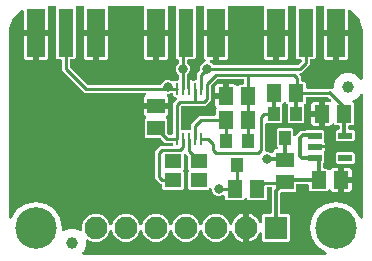
<source format=gbr>
G04 EAGLE Gerber RS-274X export*
G75*
%MOMM*%
%FSLAX34Y34*%
%LPD*%
%INTop Copper*%
%IPPOS*%
%AMOC8*
5,1,8,0,0,1.08239X$1,22.5*%
G01*
%ADD10R,0.250000X1.000000*%
%ADD11R,1.400000X1.200000*%
%ADD12R,1.500000X1.300000*%
%ADD13R,1.300000X1.500000*%
%ADD14R,1.524000X4.064000*%
%ADD15R,1.270000X4.064000*%
%ADD16C,3.516000*%
%ADD17C,1.000000*%
%ADD18R,1.000000X1.200000*%
%ADD19R,1.200000X0.550000*%
%ADD20R,1.930400X1.930400*%
%ADD21C,1.930400*%
%ADD22C,0.254000*%
%ADD23C,0.800100*%
%ADD24C,0.304800*%

G36*
X270396Y2554D02*
X270396Y2554D01*
X270501Y2558D01*
X270554Y2574D01*
X270608Y2581D01*
X270705Y2619D01*
X270805Y2649D01*
X270853Y2677D01*
X270904Y2698D01*
X270988Y2759D01*
X271078Y2813D01*
X271117Y2852D01*
X271161Y2884D01*
X271228Y2965D01*
X271301Y3039D01*
X271329Y3087D01*
X271364Y3129D01*
X271409Y3224D01*
X271461Y3314D01*
X271476Y3367D01*
X271500Y3417D01*
X271519Y3520D01*
X271548Y3620D01*
X271549Y3675D01*
X271559Y3729D01*
X271553Y3834D01*
X271556Y3938D01*
X271543Y3992D01*
X271540Y4047D01*
X271507Y4146D01*
X271484Y4248D01*
X271459Y4297D01*
X271442Y4349D01*
X271386Y4438D01*
X271338Y4530D01*
X271301Y4572D01*
X271272Y4618D01*
X271195Y4690D01*
X271126Y4768D01*
X271056Y4821D01*
X271040Y4836D01*
X271027Y4843D01*
X270998Y4865D01*
X263725Y9725D01*
X258920Y16917D01*
X257232Y25400D01*
X258920Y33883D01*
X263725Y41075D01*
X270917Y45880D01*
X279400Y47568D01*
X287883Y45880D01*
X295075Y41075D01*
X299935Y33802D01*
X300003Y33723D01*
X300064Y33639D01*
X300107Y33604D01*
X300143Y33562D01*
X300229Y33502D01*
X300309Y33436D01*
X300359Y33412D01*
X300405Y33381D01*
X300503Y33345D01*
X300597Y33300D01*
X300651Y33290D01*
X300703Y33271D01*
X300807Y33260D01*
X300910Y33241D01*
X300965Y33244D01*
X301019Y33238D01*
X301123Y33254D01*
X301227Y33260D01*
X301279Y33277D01*
X301334Y33285D01*
X301430Y33326D01*
X301529Y33358D01*
X301576Y33388D01*
X301627Y33409D01*
X301710Y33473D01*
X301798Y33528D01*
X301836Y33569D01*
X301880Y33602D01*
X301945Y33684D01*
X302016Y33760D01*
X302043Y33808D01*
X302077Y33852D01*
X302119Y33947D01*
X302170Y34039D01*
X302183Y34092D01*
X302206Y34142D01*
X302223Y34246D01*
X302249Y34347D01*
X302255Y34435D01*
X302258Y34456D01*
X302257Y34471D01*
X302259Y34507D01*
X302259Y137615D01*
X302251Y137684D01*
X302252Y137754D01*
X302231Y137841D01*
X302219Y137930D01*
X302194Y137995D01*
X302177Y138063D01*
X302135Y138143D01*
X302102Y138226D01*
X302061Y138282D01*
X302029Y138344D01*
X301968Y138411D01*
X301916Y138483D01*
X301862Y138528D01*
X301815Y138580D01*
X301740Y138629D01*
X301671Y138686D01*
X301607Y138716D01*
X301549Y138754D01*
X301464Y138783D01*
X301383Y138822D01*
X301314Y138835D01*
X301248Y138857D01*
X301159Y138865D01*
X301071Y138881D01*
X301001Y138877D01*
X300931Y138883D01*
X300843Y138867D01*
X300753Y138862D01*
X300687Y138840D01*
X300618Y138828D01*
X300536Y138791D01*
X300451Y138764D01*
X300392Y138726D01*
X300328Y138698D01*
X300258Y138642D01*
X300182Y138594D01*
X300134Y138543D01*
X300080Y138499D01*
X300025Y138427D01*
X299964Y138362D01*
X299930Y138301D01*
X299888Y138245D01*
X299817Y138100D01*
X299761Y137964D01*
X296376Y134579D01*
X294029Y133607D01*
X293986Y133583D01*
X293940Y133566D01*
X293848Y133504D01*
X293753Y133450D01*
X293718Y133415D01*
X293676Y133387D01*
X293604Y133305D01*
X293525Y133228D01*
X293499Y133186D01*
X293466Y133149D01*
X293416Y133051D01*
X293359Y132957D01*
X293344Y132910D01*
X293321Y132865D01*
X293297Y132758D01*
X293265Y132653D01*
X293263Y132604D01*
X293252Y132555D01*
X293255Y132445D01*
X293250Y132336D01*
X293260Y132287D01*
X293261Y132237D01*
X293292Y132131D01*
X293314Y132024D01*
X293336Y131980D01*
X293350Y131932D01*
X293406Y131837D01*
X293454Y131738D01*
X293486Y131701D01*
X293511Y131658D01*
X293618Y131537D01*
X294893Y130262D01*
X294893Y113578D01*
X293702Y112387D01*
X291186Y112387D01*
X291068Y112372D01*
X290949Y112365D01*
X290911Y112352D01*
X290870Y112347D01*
X290760Y112304D01*
X290647Y112267D01*
X290612Y112245D01*
X290575Y112230D01*
X290479Y112161D01*
X290378Y112097D01*
X290350Y112067D01*
X290317Y112044D01*
X290241Y111952D01*
X290160Y111865D01*
X290140Y111830D01*
X290115Y111799D01*
X290064Y111691D01*
X290006Y111587D01*
X289996Y111547D01*
X289979Y111511D01*
X289957Y111394D01*
X289927Y111279D01*
X289923Y111219D01*
X289919Y111199D01*
X289921Y111178D01*
X289917Y111118D01*
X289917Y109532D01*
X289932Y109414D01*
X289939Y109295D01*
X289952Y109257D01*
X289957Y109216D01*
X290000Y109106D01*
X290037Y108993D01*
X290059Y108958D01*
X290074Y108921D01*
X290143Y108825D01*
X290207Y108724D01*
X290237Y108696D01*
X290260Y108663D01*
X290352Y108587D01*
X290439Y108506D01*
X290474Y108486D01*
X290505Y108461D01*
X290613Y108410D01*
X290717Y108352D01*
X290757Y108342D01*
X290793Y108325D01*
X290910Y108303D01*
X291025Y108273D01*
X291085Y108269D01*
X291105Y108265D01*
X291126Y108267D01*
X291186Y108263D01*
X294163Y108263D01*
X295354Y107072D01*
X295354Y99888D01*
X294163Y98697D01*
X280479Y98697D01*
X279288Y99888D01*
X279288Y107072D01*
X280479Y108263D01*
X281534Y108263D01*
X281652Y108278D01*
X281771Y108285D01*
X281809Y108298D01*
X281850Y108303D01*
X281960Y108346D01*
X282073Y108383D01*
X282108Y108405D01*
X282145Y108420D01*
X282241Y108489D01*
X282342Y108553D01*
X282370Y108583D01*
X282403Y108606D01*
X282478Y108698D01*
X282560Y108785D01*
X282580Y108820D01*
X282605Y108851D01*
X282656Y108959D01*
X282714Y109063D01*
X282724Y109103D01*
X282741Y109139D01*
X282763Y109256D01*
X282793Y109371D01*
X282797Y109431D01*
X282801Y109451D01*
X282799Y109472D01*
X282803Y109532D01*
X282803Y111118D01*
X282788Y111236D01*
X282781Y111355D01*
X282768Y111393D01*
X282763Y111434D01*
X282720Y111544D01*
X282683Y111657D01*
X282661Y111692D01*
X282646Y111729D01*
X282577Y111825D01*
X282513Y111926D01*
X282483Y111954D01*
X282460Y111987D01*
X282368Y112063D01*
X282281Y112144D01*
X282246Y112164D01*
X282215Y112189D01*
X282107Y112240D01*
X282003Y112298D01*
X281963Y112308D01*
X281927Y112325D01*
X281810Y112347D01*
X281695Y112377D01*
X281635Y112381D01*
X281615Y112385D01*
X281594Y112383D01*
X281534Y112387D01*
X279018Y112387D01*
X278034Y113372D01*
X277934Y113449D01*
X277839Y113531D01*
X277809Y113546D01*
X277782Y113567D01*
X277667Y113617D01*
X277554Y113673D01*
X277521Y113680D01*
X277490Y113693D01*
X277366Y113713D01*
X277243Y113739D01*
X277210Y113738D01*
X277176Y113743D01*
X277051Y113731D01*
X276926Y113726D01*
X276893Y113716D01*
X276860Y113713D01*
X276741Y113671D01*
X276621Y113634D01*
X276592Y113617D01*
X276560Y113606D01*
X276456Y113535D01*
X276349Y113470D01*
X276325Y113446D01*
X276297Y113427D01*
X276214Y113333D01*
X276126Y113243D01*
X276099Y113202D01*
X276087Y113189D01*
X276077Y113169D01*
X276037Y113109D01*
X275893Y112860D01*
X275420Y112387D01*
X274841Y112052D01*
X274194Y111879D01*
X269899Y111879D01*
X269899Y120650D01*
X269884Y120768D01*
X269877Y120887D01*
X269864Y120925D01*
X269859Y120965D01*
X269815Y121076D01*
X269779Y121189D01*
X269757Y121224D01*
X269742Y121261D01*
X269672Y121357D01*
X269609Y121458D01*
X269579Y121486D01*
X269555Y121518D01*
X269464Y121594D01*
X269377Y121676D01*
X269342Y121695D01*
X269310Y121721D01*
X269203Y121772D01*
X269099Y121829D01*
X269059Y121840D01*
X269023Y121857D01*
X268906Y121879D01*
X268791Y121909D01*
X268730Y121913D01*
X268710Y121917D01*
X268690Y121915D01*
X268630Y121919D01*
X267359Y121919D01*
X267359Y121921D01*
X268630Y121921D01*
X268748Y121936D01*
X268867Y121943D01*
X268905Y121956D01*
X268945Y121961D01*
X269056Y122005D01*
X269169Y122041D01*
X269204Y122063D01*
X269241Y122078D01*
X269337Y122148D01*
X269438Y122211D01*
X269466Y122241D01*
X269498Y122265D01*
X269574Y122356D01*
X269656Y122443D01*
X269675Y122478D01*
X269701Y122510D01*
X269752Y122617D01*
X269809Y122721D01*
X269820Y122761D01*
X269837Y122797D01*
X269859Y122914D01*
X269889Y123029D01*
X269893Y123090D01*
X269897Y123110D01*
X269895Y123130D01*
X269899Y123190D01*
X269899Y131961D01*
X273965Y131961D01*
X274103Y131978D01*
X274241Y131991D01*
X274261Y131998D01*
X274281Y132001D01*
X274410Y132052D01*
X274541Y132099D01*
X274558Y132110D01*
X274576Y132118D01*
X274689Y132199D01*
X274804Y132277D01*
X274817Y132293D01*
X274834Y132304D01*
X274922Y132412D01*
X275014Y132516D01*
X275024Y132534D01*
X275036Y132549D01*
X275096Y132675D01*
X275159Y132799D01*
X275163Y132819D01*
X275172Y132837D01*
X275198Y132974D01*
X275229Y133109D01*
X275228Y133130D01*
X275232Y133149D01*
X275223Y133288D01*
X275219Y133427D01*
X275213Y133447D01*
X275212Y133467D01*
X275169Y133599D01*
X275131Y133733D01*
X275120Y133750D01*
X275114Y133769D01*
X275039Y133887D01*
X274969Y134007D01*
X274950Y134028D01*
X274944Y134038D01*
X274929Y134052D01*
X274863Y134127D01*
X272965Y136026D01*
X272886Y136086D01*
X272814Y136154D01*
X272761Y136183D01*
X272713Y136220D01*
X272622Y136260D01*
X272536Y136308D01*
X272477Y136323D01*
X272421Y136347D01*
X272323Y136362D01*
X272228Y136387D01*
X272128Y136393D01*
X272107Y136397D01*
X272095Y136395D01*
X272067Y136397D01*
X255522Y136397D01*
X255404Y136382D01*
X255285Y136375D01*
X255247Y136362D01*
X255206Y136357D01*
X255096Y136314D01*
X254983Y136277D01*
X254948Y136255D01*
X254911Y136240D01*
X254815Y136171D01*
X254714Y136107D01*
X254686Y136077D01*
X254653Y136054D01*
X254577Y135962D01*
X254496Y135875D01*
X254476Y135840D01*
X254451Y135809D01*
X254400Y135701D01*
X254342Y135597D01*
X254332Y135557D01*
X254315Y135521D01*
X254293Y135404D01*
X254263Y135289D01*
X254259Y135229D01*
X254255Y135209D01*
X254257Y135188D01*
X254253Y135128D01*
X254253Y131358D01*
X253022Y130128D01*
X252949Y130033D01*
X252870Y129944D01*
X252852Y129908D01*
X252827Y129876D01*
X252780Y129767D01*
X252726Y129661D01*
X252717Y129622D01*
X252701Y129584D01*
X252682Y129467D01*
X252656Y129351D01*
X252657Y129310D01*
X252651Y129270D01*
X252662Y129152D01*
X252666Y129033D01*
X252677Y128994D01*
X252681Y128954D01*
X252721Y128841D01*
X252753Y128733D01*
X252753Y114918D01*
X251562Y113727D01*
X239878Y113727D01*
X238687Y114918D01*
X238687Y128746D01*
X238714Y128799D01*
X238723Y128838D01*
X238739Y128876D01*
X238758Y128993D01*
X238784Y129109D01*
X238783Y129150D01*
X238789Y129190D01*
X238778Y129308D01*
X238774Y129427D01*
X238763Y129466D01*
X238759Y129506D01*
X238719Y129618D01*
X238686Y129733D01*
X238665Y129768D01*
X238652Y129806D01*
X238585Y129904D01*
X238524Y130007D01*
X238484Y130052D01*
X238473Y130069D01*
X238458Y130082D01*
X238418Y130128D01*
X237117Y131428D01*
X237023Y131501D01*
X236934Y131580D01*
X236898Y131598D01*
X236866Y131623D01*
X236757Y131670D01*
X236651Y131724D01*
X236611Y131733D01*
X236574Y131749D01*
X236457Y131768D01*
X236341Y131794D01*
X236300Y131793D01*
X236260Y131799D01*
X236142Y131788D01*
X236023Y131784D01*
X235984Y131773D01*
X235944Y131769D01*
X235832Y131729D01*
X235717Y131696D01*
X235683Y131675D01*
X235644Y131662D01*
X235546Y131595D01*
X235443Y131534D01*
X235398Y131494D01*
X235381Y131483D01*
X235368Y131468D01*
X235322Y131428D01*
X234022Y130128D01*
X233949Y130033D01*
X233870Y129944D01*
X233852Y129908D01*
X233827Y129876D01*
X233780Y129767D01*
X233726Y129661D01*
X233717Y129622D01*
X233701Y129584D01*
X233682Y129467D01*
X233656Y129351D01*
X233657Y129310D01*
X233651Y129270D01*
X233662Y129152D01*
X233666Y129033D01*
X233677Y128994D01*
X233681Y128954D01*
X233721Y128841D01*
X233753Y128733D01*
X233753Y114918D01*
X232562Y113727D01*
X220472Y113727D01*
X220354Y113712D01*
X220235Y113705D01*
X220197Y113692D01*
X220156Y113687D01*
X220046Y113644D01*
X219933Y113607D01*
X219898Y113585D01*
X219861Y113570D01*
X219765Y113501D01*
X219664Y113437D01*
X219636Y113407D01*
X219603Y113384D01*
X219527Y113292D01*
X219446Y113205D01*
X219426Y113170D01*
X219401Y113139D01*
X219350Y113031D01*
X219292Y112927D01*
X219282Y112887D01*
X219265Y112851D01*
X219243Y112734D01*
X219213Y112619D01*
X219209Y112559D01*
X219205Y112539D01*
X219207Y112518D01*
X219203Y112458D01*
X219203Y91122D01*
X219218Y91004D01*
X219225Y90886D01*
X219238Y90847D01*
X219243Y90807D01*
X219286Y90696D01*
X219323Y90583D01*
X219345Y90549D01*
X219360Y90511D01*
X219429Y90415D01*
X219493Y90314D01*
X219523Y90287D01*
X219546Y90254D01*
X219638Y90178D01*
X219725Y90096D01*
X219760Y90077D01*
X219791Y90051D01*
X219899Y90000D01*
X220003Y89943D01*
X220043Y89933D01*
X220079Y89916D01*
X220196Y89893D01*
X220311Y89863D01*
X220371Y89860D01*
X220391Y89856D01*
X220412Y89857D01*
X220472Y89853D01*
X222180Y89853D01*
X224398Y88935D01*
X224520Y88812D01*
X224630Y88727D01*
X224737Y88638D01*
X224756Y88629D01*
X224772Y88617D01*
X224900Y88561D01*
X225025Y88502D01*
X225045Y88499D01*
X225064Y88490D01*
X225201Y88469D01*
X225338Y88443D01*
X225358Y88444D01*
X225378Y88441D01*
X225516Y88454D01*
X225655Y88462D01*
X225674Y88469D01*
X225694Y88470D01*
X225825Y88518D01*
X225957Y88560D01*
X225975Y88571D01*
X225994Y88578D01*
X226109Y88656D01*
X226226Y88730D01*
X226240Y88745D01*
X226257Y88757D01*
X226349Y88861D01*
X226444Y88962D01*
X226454Y88980D01*
X226467Y88995D01*
X226531Y89119D01*
X226598Y89241D01*
X226603Y89260D01*
X226612Y89278D01*
X226642Y89414D01*
X226677Y89549D01*
X226679Y89576D01*
X226682Y89589D01*
X226681Y89609D01*
X226687Y89709D01*
X226687Y90502D01*
X227878Y91693D01*
X229348Y91693D01*
X229486Y91710D01*
X229625Y91723D01*
X229644Y91730D01*
X229664Y91733D01*
X229793Y91784D01*
X229924Y91831D01*
X229941Y91842D01*
X229960Y91850D01*
X230072Y91931D01*
X230187Y92009D01*
X230200Y92025D01*
X230217Y92036D01*
X230306Y92144D01*
X230398Y92248D01*
X230407Y92266D01*
X230420Y92281D01*
X230479Y92407D01*
X230542Y92531D01*
X230547Y92551D01*
X230555Y92569D01*
X230581Y92706D01*
X230612Y92841D01*
X230611Y92862D01*
X230615Y92881D01*
X230606Y93020D01*
X230602Y93159D01*
X230597Y93179D01*
X230595Y93199D01*
X230553Y93331D01*
X230514Y93465D01*
X230503Y93482D01*
X230497Y93501D01*
X230423Y93619D01*
X230352Y93739D01*
X230334Y93760D01*
X230327Y93770D01*
X230312Y93784D01*
X230246Y93859D01*
X229187Y94918D01*
X229187Y108602D01*
X230378Y109793D01*
X242062Y109793D01*
X243253Y108602D01*
X243253Y104027D01*
X243270Y103889D01*
X243283Y103751D01*
X243290Y103731D01*
X243293Y103711D01*
X243344Y103582D01*
X243391Y103451D01*
X243402Y103434D01*
X243410Y103416D01*
X243491Y103303D01*
X243569Y103188D01*
X243585Y103175D01*
X243596Y103158D01*
X243704Y103070D01*
X243808Y102978D01*
X243826Y102968D01*
X243841Y102956D01*
X243967Y102896D01*
X244091Y102833D01*
X244111Y102829D01*
X244129Y102820D01*
X244265Y102794D01*
X244401Y102763D01*
X244422Y102764D01*
X244441Y102760D01*
X244580Y102769D01*
X244719Y102773D01*
X244739Y102779D01*
X244759Y102780D01*
X244891Y102823D01*
X245025Y102861D01*
X245042Y102872D01*
X245061Y102878D01*
X245179Y102953D01*
X245299Y103023D01*
X245320Y103042D01*
X245330Y103048D01*
X245344Y103063D01*
X245419Y103129D01*
X247532Y105241D01*
X249987Y107697D01*
X253385Y107697D01*
X253483Y107709D01*
X253582Y107712D01*
X253641Y107729D01*
X253701Y107737D01*
X253793Y107773D01*
X253888Y107801D01*
X253940Y107831D01*
X253996Y107854D01*
X254077Y107912D01*
X254162Y107962D01*
X254237Y108028D01*
X254254Y108040D01*
X254262Y108050D01*
X254283Y108068D01*
X254477Y108263D01*
X268161Y108263D01*
X269352Y107072D01*
X269352Y99863D01*
X269298Y99803D01*
X269280Y99767D01*
X269255Y99735D01*
X269208Y99626D01*
X269154Y99519D01*
X269145Y99480D01*
X269129Y99444D01*
X269110Y99326D01*
X269084Y99209D01*
X269086Y99169D01*
X269079Y99130D01*
X269090Y99011D01*
X269094Y98891D01*
X269105Y98853D01*
X269109Y98813D01*
X269149Y98701D01*
X269183Y98586D01*
X269203Y98551D01*
X269217Y98514D01*
X269264Y98444D01*
X269269Y98435D01*
X269687Y97711D01*
X269860Y97064D01*
X269860Y95354D01*
X261424Y95354D01*
X261306Y95339D01*
X261187Y95332D01*
X261149Y95319D01*
X261109Y95314D01*
X260998Y95271D01*
X260885Y95234D01*
X260851Y95212D01*
X260813Y95197D01*
X260717Y95128D01*
X260616Y95064D01*
X260588Y95034D01*
X260556Y95011D01*
X260480Y94919D01*
X260398Y94832D01*
X260379Y94797D01*
X260353Y94766D01*
X260302Y94658D01*
X260245Y94554D01*
X260235Y94514D01*
X260217Y94478D01*
X260195Y94361D01*
X260165Y94246D01*
X260161Y94186D01*
X260158Y94166D01*
X260159Y94145D01*
X260155Y94085D01*
X260155Y93875D01*
X260170Y93757D01*
X260177Y93638D01*
X260190Y93600D01*
X260195Y93559D01*
X260239Y93449D01*
X260275Y93336D01*
X260297Y93301D01*
X260312Y93264D01*
X260382Y93167D01*
X260445Y93067D01*
X260475Y93039D01*
X260499Y93006D01*
X260590Y92930D01*
X260677Y92849D01*
X260712Y92829D01*
X260744Y92804D01*
X260851Y92753D01*
X260956Y92695D01*
X260995Y92685D01*
X261031Y92668D01*
X261148Y92646D01*
X261264Y92616D01*
X261324Y92612D01*
X261344Y92608D01*
X261364Y92610D01*
X261424Y92606D01*
X269860Y92606D01*
X269860Y90896D01*
X269687Y90249D01*
X269311Y89599D01*
X269299Y89585D01*
X269280Y89549D01*
X269256Y89518D01*
X269208Y89408D01*
X269154Y89302D01*
X269145Y89263D01*
X269129Y89226D01*
X269111Y89108D01*
X269084Y88991D01*
X269086Y88952D01*
X269079Y88912D01*
X269090Y88793D01*
X269094Y88673D01*
X269105Y88635D01*
X269109Y88595D01*
X269149Y88483D01*
X269182Y88368D01*
X269203Y88334D01*
X269216Y88296D01*
X269283Y88197D01*
X269344Y88094D01*
X269352Y88085D01*
X269352Y80888D01*
X268749Y80285D01*
X268688Y80207D01*
X268620Y80134D01*
X268591Y80081D01*
X268554Y80034D01*
X268514Y79943D01*
X268466Y79856D01*
X268451Y79797D01*
X268427Y79742D01*
X268412Y79644D01*
X268387Y79548D01*
X268381Y79448D01*
X268377Y79428D01*
X268379Y79415D01*
X268377Y79387D01*
X268377Y76842D01*
X268392Y76724D01*
X268399Y76605D01*
X268412Y76567D01*
X268417Y76526D01*
X268460Y76416D01*
X268497Y76303D01*
X268519Y76268D01*
X268534Y76231D01*
X268603Y76135D01*
X268667Y76034D01*
X268697Y76006D01*
X268720Y75973D01*
X268812Y75897D01*
X268899Y75816D01*
X268934Y75796D01*
X268965Y75771D01*
X269073Y75720D01*
X269177Y75662D01*
X269217Y75652D01*
X269253Y75635D01*
X269370Y75613D01*
X269485Y75583D01*
X269545Y75579D01*
X269565Y75575D01*
X269586Y75577D01*
X269646Y75573D01*
X272162Y75573D01*
X273146Y74588D01*
X273246Y74511D01*
X273341Y74429D01*
X273371Y74414D01*
X273398Y74393D01*
X273513Y74343D01*
X273626Y74287D01*
X273659Y74280D01*
X273690Y74267D01*
X273814Y74247D01*
X273937Y74221D01*
X273970Y74222D01*
X274004Y74217D01*
X274129Y74229D01*
X274254Y74234D01*
X274287Y74244D01*
X274320Y74247D01*
X274439Y74289D01*
X274559Y74326D01*
X274588Y74343D01*
X274620Y74354D01*
X274724Y74425D01*
X274831Y74490D01*
X274855Y74514D01*
X274883Y74533D01*
X274966Y74627D01*
X275054Y74717D01*
X275081Y74758D01*
X275093Y74771D01*
X275103Y74791D01*
X275143Y74851D01*
X275287Y75100D01*
X275760Y75573D01*
X276339Y75908D01*
X276986Y76081D01*
X281281Y76081D01*
X281281Y67310D01*
X281296Y67192D01*
X281303Y67073D01*
X281316Y67035D01*
X281321Y66995D01*
X281364Y66884D01*
X281401Y66771D01*
X281423Y66736D01*
X281438Y66699D01*
X281508Y66603D01*
X281571Y66502D01*
X281601Y66474D01*
X281625Y66442D01*
X281716Y66366D01*
X281803Y66284D01*
X281838Y66265D01*
X281869Y66239D01*
X281977Y66188D01*
X282081Y66131D01*
X282121Y66120D01*
X282157Y66103D01*
X282274Y66081D01*
X282389Y66051D01*
X282450Y66047D01*
X282470Y66043D01*
X282490Y66045D01*
X282550Y66041D01*
X283821Y66041D01*
X283821Y66039D01*
X282550Y66039D01*
X282432Y66024D01*
X282313Y66017D01*
X282275Y66004D01*
X282235Y65999D01*
X282124Y65955D01*
X282011Y65919D01*
X281976Y65897D01*
X281939Y65882D01*
X281843Y65812D01*
X281742Y65749D01*
X281714Y65719D01*
X281681Y65695D01*
X281606Y65604D01*
X281524Y65517D01*
X281504Y65482D01*
X281479Y65450D01*
X281428Y65343D01*
X281370Y65239D01*
X281360Y65199D01*
X281343Y65163D01*
X281321Y65046D01*
X281291Y64931D01*
X281287Y64870D01*
X281283Y64850D01*
X281285Y64830D01*
X281284Y64817D01*
X281283Y64814D01*
X281283Y64812D01*
X281281Y64770D01*
X281281Y55999D01*
X276986Y55999D01*
X276339Y56172D01*
X275760Y56507D01*
X275287Y56980D01*
X275143Y57229D01*
X275067Y57329D01*
X274997Y57433D01*
X274971Y57455D01*
X274951Y57482D01*
X274852Y57560D01*
X274758Y57644D01*
X274728Y57659D01*
X274702Y57680D01*
X274587Y57731D01*
X274475Y57788D01*
X274442Y57796D01*
X274411Y57809D01*
X274287Y57830D01*
X274165Y57858D01*
X274131Y57857D01*
X274098Y57862D01*
X273972Y57852D01*
X273847Y57848D01*
X273814Y57839D01*
X273781Y57836D01*
X273662Y57795D01*
X273541Y57760D01*
X273512Y57743D01*
X273480Y57732D01*
X273376Y57662D01*
X273267Y57598D01*
X273231Y57566D01*
X273215Y57556D01*
X273201Y57540D01*
X273146Y57492D01*
X272162Y56507D01*
X257478Y56507D01*
X256287Y57698D01*
X256287Y61214D01*
X256272Y61332D01*
X256265Y61451D01*
X256252Y61489D01*
X256247Y61530D01*
X256204Y61640D01*
X256167Y61753D01*
X256145Y61788D01*
X256130Y61825D01*
X256061Y61921D01*
X255997Y62022D01*
X255967Y62050D01*
X255944Y62083D01*
X255852Y62159D01*
X255765Y62240D01*
X255730Y62260D01*
X255699Y62285D01*
X255591Y62336D01*
X255487Y62394D01*
X255447Y62404D01*
X255411Y62421D01*
X255294Y62443D01*
X255179Y62473D01*
X255119Y62477D01*
X255099Y62481D01*
X255078Y62479D01*
X255018Y62483D01*
X247022Y62483D01*
X246904Y62468D01*
X246785Y62461D01*
X246747Y62448D01*
X246706Y62443D01*
X246596Y62400D01*
X246483Y62363D01*
X246448Y62341D01*
X246411Y62326D01*
X246315Y62257D01*
X246214Y62193D01*
X246186Y62163D01*
X246153Y62140D01*
X246077Y62048D01*
X245996Y61961D01*
X245976Y61926D01*
X245951Y61895D01*
X245900Y61787D01*
X245842Y61683D01*
X245832Y61643D01*
X245815Y61607D01*
X245793Y61490D01*
X245763Y61375D01*
X245759Y61315D01*
X245755Y61295D01*
X245757Y61274D01*
X245753Y61214D01*
X245753Y56818D01*
X244562Y55627D01*
X233426Y55627D01*
X233308Y55612D01*
X233189Y55605D01*
X233151Y55592D01*
X233110Y55587D01*
X233000Y55544D01*
X232887Y55507D01*
X232852Y55485D01*
X232815Y55470D01*
X232719Y55401D01*
X232618Y55337D01*
X232590Y55307D01*
X232557Y55284D01*
X232481Y55192D01*
X232400Y55105D01*
X232380Y55070D01*
X232355Y55039D01*
X232304Y54931D01*
X232246Y54827D01*
X232236Y54787D01*
X232219Y54751D01*
X232197Y54634D01*
X232167Y54519D01*
X232163Y54459D01*
X232159Y54439D01*
X232161Y54418D01*
X232157Y54358D01*
X232157Y38354D01*
X232172Y38236D01*
X232179Y38117D01*
X232192Y38079D01*
X232197Y38038D01*
X232240Y37928D01*
X232277Y37815D01*
X232299Y37780D01*
X232314Y37743D01*
X232383Y37647D01*
X232447Y37546D01*
X232477Y37518D01*
X232500Y37485D01*
X232592Y37409D01*
X232679Y37328D01*
X232714Y37308D01*
X232745Y37283D01*
X232853Y37232D01*
X232957Y37174D01*
X232997Y37164D01*
X233033Y37147D01*
X233150Y37125D01*
X233265Y37095D01*
X233325Y37091D01*
X233345Y37087D01*
X233366Y37089D01*
X233426Y37085D01*
X239094Y37085D01*
X240285Y35894D01*
X240285Y14906D01*
X239094Y13715D01*
X218106Y13715D01*
X216915Y14906D01*
X216915Y20174D01*
X216913Y20194D01*
X216915Y20214D01*
X216893Y20351D01*
X216875Y20490D01*
X216868Y20508D01*
X216865Y20528D01*
X216810Y20656D01*
X216758Y20785D01*
X216747Y20802D01*
X216739Y20820D01*
X216654Y20930D01*
X216572Y21043D01*
X216556Y21056D01*
X216544Y21071D01*
X216434Y21156D01*
X216327Y21246D01*
X216309Y21254D01*
X216293Y21266D01*
X216165Y21322D01*
X216039Y21381D01*
X216019Y21385D01*
X216001Y21393D01*
X215863Y21415D01*
X215727Y21441D01*
X215707Y21440D01*
X215687Y21443D01*
X215548Y21430D01*
X215409Y21421D01*
X215390Y21415D01*
X215370Y21413D01*
X215239Y21366D01*
X215107Y21323D01*
X215090Y21312D01*
X215071Y21306D01*
X214956Y21228D01*
X214838Y21153D01*
X214824Y21138D01*
X214808Y21127D01*
X214716Y21023D01*
X214620Y20921D01*
X214610Y20904D01*
X214597Y20889D01*
X214515Y20750D01*
X213628Y19010D01*
X212500Y17457D01*
X211143Y16100D01*
X209590Y14972D01*
X207880Y14101D01*
X206055Y13507D01*
X205699Y13451D01*
X205699Y24170D01*
X205684Y24288D01*
X205677Y24407D01*
X205664Y24445D01*
X205659Y24485D01*
X205616Y24596D01*
X205579Y24709D01*
X205557Y24743D01*
X205542Y24781D01*
X205473Y24877D01*
X205409Y24978D01*
X205379Y25006D01*
X205356Y25038D01*
X205264Y25114D01*
X205177Y25196D01*
X205142Y25215D01*
X205111Y25241D01*
X205003Y25292D01*
X204899Y25349D01*
X204859Y25359D01*
X204823Y25377D01*
X204716Y25397D01*
X204746Y25401D01*
X204856Y25445D01*
X204969Y25481D01*
X205004Y25503D01*
X205041Y25518D01*
X205137Y25588D01*
X205238Y25651D01*
X205266Y25681D01*
X205299Y25705D01*
X205375Y25796D01*
X205456Y25883D01*
X205476Y25918D01*
X205501Y25950D01*
X205552Y26057D01*
X205610Y26162D01*
X205620Y26201D01*
X205637Y26237D01*
X205659Y26354D01*
X205689Y26470D01*
X205693Y26530D01*
X205697Y26550D01*
X205695Y26570D01*
X205697Y26576D01*
X205696Y26583D01*
X205699Y26630D01*
X205699Y37349D01*
X206055Y37293D01*
X207880Y36699D01*
X209590Y35828D01*
X211143Y34700D01*
X212500Y33343D01*
X213628Y31790D01*
X214515Y30050D01*
X214526Y30033D01*
X214534Y30015D01*
X214615Y29902D01*
X214694Y29787D01*
X214709Y29773D01*
X214720Y29757D01*
X214828Y29668D01*
X214932Y29576D01*
X214950Y29567D01*
X214965Y29554D01*
X215092Y29495D01*
X215216Y29432D01*
X215235Y29427D01*
X215253Y29419D01*
X215390Y29393D01*
X215526Y29362D01*
X215546Y29363D01*
X215566Y29359D01*
X215705Y29368D01*
X215844Y29372D01*
X215863Y29378D01*
X215883Y29379D01*
X216015Y29422D01*
X216149Y29461D01*
X216167Y29471D01*
X216185Y29477D01*
X216303Y29552D01*
X216423Y29622D01*
X216437Y29636D01*
X216454Y29647D01*
X216550Y29749D01*
X216648Y29847D01*
X216658Y29864D01*
X216672Y29879D01*
X216739Y30001D01*
X216810Y30121D01*
X216816Y30140D01*
X216826Y30157D01*
X216860Y30292D01*
X216899Y30426D01*
X216900Y30446D01*
X216905Y30465D01*
X216915Y30626D01*
X216915Y35894D01*
X218106Y37085D01*
X223774Y37085D01*
X223892Y37100D01*
X224011Y37107D01*
X224049Y37120D01*
X224090Y37125D01*
X224200Y37168D01*
X224313Y37205D01*
X224348Y37227D01*
X224385Y37242D01*
X224481Y37311D01*
X224582Y37375D01*
X224610Y37405D01*
X224643Y37428D01*
X224719Y37520D01*
X224800Y37607D01*
X224820Y37642D01*
X224845Y37673D01*
X224896Y37781D01*
X224954Y37885D01*
X224964Y37925D01*
X224981Y37961D01*
X225003Y38078D01*
X225033Y38193D01*
X225037Y38253D01*
X225041Y38273D01*
X225039Y38294D01*
X225043Y38354D01*
X225043Y58013D01*
X225061Y58030D01*
X225146Y58140D01*
X225234Y58247D01*
X225243Y58266D01*
X225255Y58282D01*
X225311Y58409D01*
X225370Y58535D01*
X225374Y58555D01*
X225382Y58574D01*
X225404Y58711D01*
X225430Y58848D01*
X225429Y58868D01*
X225432Y58888D01*
X225419Y59026D01*
X225410Y59165D01*
X225404Y59184D01*
X225402Y59204D01*
X225355Y59336D01*
X225312Y59467D01*
X225301Y59484D01*
X225294Y59504D01*
X225216Y59619D01*
X225142Y59736D01*
X225127Y59750D01*
X225116Y59767D01*
X225011Y59859D01*
X224910Y59954D01*
X224893Y59964D01*
X224877Y59977D01*
X224753Y60041D01*
X224632Y60108D01*
X224612Y60113D01*
X224594Y60122D01*
X224458Y60152D01*
X224324Y60187D01*
X224296Y60189D01*
X224284Y60192D01*
X224263Y60191D01*
X224163Y60197D01*
X222502Y60197D01*
X222384Y60182D01*
X222265Y60175D01*
X222227Y60162D01*
X222186Y60157D01*
X222076Y60114D01*
X221963Y60077D01*
X221928Y60055D01*
X221891Y60040D01*
X221795Y59971D01*
X221694Y59907D01*
X221666Y59877D01*
X221633Y59854D01*
X221557Y59762D01*
X221476Y59675D01*
X221456Y59640D01*
X221431Y59609D01*
X221380Y59501D01*
X221322Y59397D01*
X221312Y59357D01*
X221295Y59321D01*
X221273Y59204D01*
X221243Y59089D01*
X221239Y59029D01*
X221235Y59009D01*
X221237Y58988D01*
X221233Y58928D01*
X221233Y50078D01*
X220042Y48887D01*
X205358Y48887D01*
X204097Y50148D01*
X204003Y50221D01*
X203914Y50300D01*
X203878Y50318D01*
X203846Y50343D01*
X203737Y50390D01*
X203631Y50444D01*
X203592Y50453D01*
X203554Y50469D01*
X203437Y50488D01*
X203321Y50514D01*
X203280Y50513D01*
X203240Y50519D01*
X203122Y50508D01*
X203003Y50504D01*
X202964Y50493D01*
X202924Y50489D01*
X202812Y50449D01*
X202697Y50416D01*
X202662Y50395D01*
X202624Y50382D01*
X202526Y50315D01*
X202423Y50254D01*
X202378Y50214D01*
X202361Y50203D01*
X202348Y50188D01*
X202302Y50148D01*
X201042Y48887D01*
X186358Y48887D01*
X185167Y50078D01*
X185167Y51990D01*
X185161Y52039D01*
X185163Y52089D01*
X185141Y52196D01*
X185127Y52305D01*
X185109Y52351D01*
X185099Y52400D01*
X185051Y52499D01*
X185010Y52601D01*
X184981Y52641D01*
X184959Y52686D01*
X184888Y52769D01*
X184824Y52858D01*
X184785Y52890D01*
X184753Y52928D01*
X184663Y52991D01*
X184579Y53061D01*
X184534Y53082D01*
X184493Y53111D01*
X184390Y53150D01*
X184291Y53197D01*
X184242Y53206D01*
X184196Y53224D01*
X184086Y53236D01*
X183979Y53256D01*
X183929Y53253D01*
X183880Y53259D01*
X183771Y53243D01*
X183661Y53237D01*
X183614Y53221D01*
X183565Y53214D01*
X183412Y53162D01*
X181540Y52387D01*
X179140Y52387D01*
X176922Y53305D01*
X175225Y55002D01*
X174307Y57220D01*
X174307Y57628D01*
X174289Y57766D01*
X174276Y57904D01*
X174269Y57923D01*
X174267Y57943D01*
X174216Y58072D01*
X174169Y58203D01*
X174157Y58220D01*
X174150Y58239D01*
X174068Y58351D01*
X173990Y58467D01*
X173975Y58480D01*
X173963Y58496D01*
X173856Y58585D01*
X173752Y58677D01*
X173734Y58686D01*
X173718Y58699D01*
X173592Y58758D01*
X173468Y58822D01*
X173449Y58826D01*
X173430Y58835D01*
X173294Y58861D01*
X173158Y58891D01*
X173138Y58891D01*
X173118Y58895D01*
X172980Y58886D01*
X172840Y58882D01*
X172821Y58876D01*
X172801Y58875D01*
X172669Y58832D01*
X172535Y58793D01*
X172517Y58783D01*
X172498Y58777D01*
X172380Y58702D01*
X172261Y58632D01*
X172240Y58613D01*
X172229Y58607D01*
X172215Y58592D01*
X172140Y58525D01*
X171242Y57627D01*
X155558Y57627D01*
X154367Y58818D01*
X154367Y72502D01*
X154628Y72762D01*
X154701Y72857D01*
X154780Y72946D01*
X154798Y72982D01*
X154823Y73014D01*
X154870Y73123D01*
X154924Y73229D01*
X154933Y73268D01*
X154949Y73306D01*
X154968Y73423D01*
X154994Y73539D01*
X154993Y73580D01*
X154999Y73620D01*
X154988Y73738D01*
X154984Y73857D01*
X154973Y73896D01*
X154969Y73936D01*
X154929Y74048D01*
X154896Y74163D01*
X154875Y74198D01*
X154862Y74236D01*
X154795Y74334D01*
X154734Y74437D01*
X154694Y74482D01*
X154683Y74499D01*
X154668Y74512D01*
X154628Y74557D01*
X154367Y74818D01*
X154367Y85496D01*
X154355Y85594D01*
X154352Y85693D01*
X154335Y85752D01*
X154327Y85812D01*
X154291Y85904D01*
X154263Y85999D01*
X154233Y86051D01*
X154210Y86107D01*
X154152Y86187D01*
X154102Y86273D01*
X154036Y86348D01*
X154024Y86365D01*
X154014Y86373D01*
X153996Y86394D01*
X152599Y87790D01*
X152490Y87875D01*
X152383Y87964D01*
X152364Y87972D01*
X152348Y87985D01*
X152221Y88040D01*
X152095Y88099D01*
X152075Y88103D01*
X152056Y88111D01*
X151918Y88133D01*
X151782Y88159D01*
X151762Y88158D01*
X151742Y88161D01*
X151603Y88148D01*
X151465Y88139D01*
X151446Y88133D01*
X151426Y88131D01*
X151294Y88084D01*
X151163Y88041D01*
X151145Y88030D01*
X151126Y88023D01*
X151011Y87945D01*
X150894Y87871D01*
X150880Y87856D01*
X150863Y87845D01*
X150771Y87741D01*
X150676Y87639D01*
X150666Y87622D01*
X150653Y87606D01*
X150589Y87482D01*
X150522Y87361D01*
X150517Y87341D01*
X150508Y87323D01*
X150478Y87187D01*
X150443Y87053D01*
X150441Y87025D01*
X150438Y87013D01*
X150439Y86992D01*
X150433Y86892D01*
X150433Y74818D01*
X150172Y74557D01*
X150099Y74463D01*
X150020Y74374D01*
X150002Y74338D01*
X149977Y74306D01*
X149930Y74197D01*
X149876Y74091D01*
X149867Y74052D01*
X149851Y74014D01*
X149832Y73896D01*
X149806Y73781D01*
X149807Y73740D01*
X149801Y73700D01*
X149812Y73581D01*
X149816Y73463D01*
X149827Y73424D01*
X149831Y73384D01*
X149871Y73271D01*
X149904Y73157D01*
X149925Y73122D01*
X149938Y73084D01*
X150005Y72986D01*
X150066Y72883D01*
X150106Y72838D01*
X150117Y72821D01*
X150132Y72808D01*
X150172Y72762D01*
X150433Y72502D01*
X150433Y58818D01*
X149242Y57627D01*
X133558Y57627D01*
X132367Y58818D01*
X132367Y61468D01*
X132352Y61586D01*
X132345Y61705D01*
X132332Y61743D01*
X132327Y61784D01*
X132284Y61894D01*
X132247Y62007D01*
X132225Y62042D01*
X132210Y62079D01*
X132141Y62175D01*
X132077Y62276D01*
X132047Y62304D01*
X132024Y62337D01*
X131932Y62413D01*
X131845Y62494D01*
X131810Y62514D01*
X131779Y62539D01*
X131671Y62590D01*
X131567Y62648D01*
X131527Y62658D01*
X131491Y62675D01*
X131374Y62697D01*
X131259Y62727D01*
X131199Y62731D01*
X131179Y62735D01*
X131158Y62733D01*
X131098Y62737D01*
X130712Y62737D01*
X126237Y67212D01*
X126237Y90268D01*
X130712Y94743D01*
X140388Y94743D01*
X140506Y94758D01*
X140625Y94765D01*
X140663Y94778D01*
X140704Y94783D01*
X140814Y94826D01*
X140927Y94863D01*
X140962Y94885D01*
X140999Y94900D01*
X141095Y94969D01*
X141196Y95033D01*
X141224Y95063D01*
X141257Y95086D01*
X141333Y95178D01*
X141414Y95265D01*
X141434Y95300D01*
X141459Y95331D01*
X141510Y95439D01*
X141568Y95543D01*
X141578Y95583D01*
X141595Y95619D01*
X141617Y95736D01*
X141647Y95851D01*
X141651Y95911D01*
X141655Y95931D01*
X141653Y95952D01*
X141657Y96012D01*
X141657Y96217D01*
X141642Y96335D01*
X141635Y96454D01*
X141622Y96492D01*
X141617Y96533D01*
X141574Y96643D01*
X141537Y96756D01*
X141515Y96791D01*
X141500Y96828D01*
X141431Y96924D01*
X141367Y97025D01*
X141337Y97053D01*
X141314Y97086D01*
X141222Y97162D01*
X141135Y97243D01*
X141100Y97263D01*
X141069Y97288D01*
X140961Y97339D01*
X140857Y97397D01*
X140817Y97407D01*
X140781Y97424D01*
X140664Y97446D01*
X140549Y97476D01*
X140489Y97480D01*
X140469Y97484D01*
X140448Y97482D01*
X140388Y97486D01*
X134723Y97486D01*
X131234Y100976D01*
X131155Y101036D01*
X131083Y101104D01*
X131030Y101133D01*
X130982Y101170D01*
X130891Y101210D01*
X130805Y101258D01*
X130746Y101273D01*
X130691Y101297D01*
X130593Y101312D01*
X130497Y101337D01*
X130397Y101343D01*
X130377Y101347D01*
X130364Y101345D01*
X130336Y101347D01*
X118658Y101347D01*
X117467Y102538D01*
X117467Y117222D01*
X118452Y118206D01*
X118529Y118306D01*
X118611Y118401D01*
X118626Y118431D01*
X118647Y118458D01*
X118697Y118573D01*
X118753Y118686D01*
X118760Y118719D01*
X118773Y118750D01*
X118793Y118874D01*
X118819Y118997D01*
X118818Y119030D01*
X118823Y119064D01*
X118811Y119189D01*
X118806Y119314D01*
X118796Y119347D01*
X118793Y119380D01*
X118751Y119499D01*
X118714Y119619D01*
X118697Y119648D01*
X118686Y119680D01*
X118615Y119784D01*
X118550Y119891D01*
X118526Y119915D01*
X118507Y119943D01*
X118413Y120026D01*
X118323Y120114D01*
X118282Y120141D01*
X118269Y120153D01*
X118249Y120163D01*
X118189Y120203D01*
X117940Y120347D01*
X117467Y120820D01*
X117132Y121399D01*
X116959Y122046D01*
X116959Y126341D01*
X125730Y126341D01*
X125848Y126356D01*
X125967Y126363D01*
X126005Y126376D01*
X126045Y126381D01*
X126156Y126424D01*
X126269Y126461D01*
X126304Y126483D01*
X126341Y126498D01*
X126437Y126568D01*
X126538Y126631D01*
X126566Y126661D01*
X126598Y126685D01*
X126674Y126776D01*
X126756Y126863D01*
X126775Y126898D01*
X126801Y126929D01*
X126852Y127037D01*
X126909Y127141D01*
X126920Y127181D01*
X126937Y127217D01*
X126959Y127334D01*
X126989Y127449D01*
X126993Y127510D01*
X126997Y127530D01*
X126995Y127550D01*
X126999Y127610D01*
X126999Y130150D01*
X126984Y130268D01*
X126977Y130387D01*
X126964Y130425D01*
X126959Y130465D01*
X126915Y130576D01*
X126879Y130689D01*
X126857Y130724D01*
X126842Y130761D01*
X126772Y130857D01*
X126709Y130958D01*
X126679Y130986D01*
X126655Y131018D01*
X126564Y131094D01*
X126477Y131176D01*
X126442Y131195D01*
X126410Y131221D01*
X126303Y131272D01*
X126199Y131329D01*
X126159Y131340D01*
X126123Y131357D01*
X126006Y131379D01*
X125891Y131409D01*
X125830Y131413D01*
X125810Y131417D01*
X125790Y131415D01*
X125730Y131419D01*
X116959Y131419D01*
X116959Y135714D01*
X117132Y136361D01*
X117467Y136940D01*
X117983Y137456D01*
X117998Y137468D01*
X118116Y137553D01*
X118125Y137564D01*
X118136Y137572D01*
X118226Y137686D01*
X118319Y137798D01*
X118325Y137811D01*
X118333Y137821D01*
X118393Y137955D01*
X118455Y138086D01*
X118457Y138099D01*
X118463Y138112D01*
X118487Y138256D01*
X118514Y138399D01*
X118514Y138412D01*
X118516Y138425D01*
X118504Y138570D01*
X118495Y138716D01*
X118491Y138729D01*
X118489Y138742D01*
X118441Y138880D01*
X118397Y139018D01*
X118389Y139030D01*
X118385Y139042D01*
X118305Y139164D01*
X118226Y139287D01*
X118217Y139296D01*
X118209Y139307D01*
X118102Y139405D01*
X117995Y139505D01*
X117983Y139512D01*
X117973Y139521D01*
X117844Y139588D01*
X117716Y139659D01*
X117703Y139662D01*
X117692Y139668D01*
X117549Y139702D01*
X117408Y139738D01*
X117390Y139739D01*
X117382Y139741D01*
X117365Y139741D01*
X117248Y139748D01*
X66401Y139748D01*
X47497Y158652D01*
X47497Y166878D01*
X47482Y166996D01*
X47475Y167115D01*
X47462Y167153D01*
X47457Y167194D01*
X47414Y167304D01*
X47377Y167417D01*
X47355Y167452D01*
X47340Y167489D01*
X47271Y167585D01*
X47207Y167686D01*
X47177Y167714D01*
X47154Y167747D01*
X47062Y167823D01*
X46975Y167904D01*
X46940Y167924D01*
X46909Y167949D01*
X46801Y168000D01*
X46697Y168058D01*
X46657Y168068D01*
X46621Y168085D01*
X46504Y168107D01*
X46389Y168137D01*
X46329Y168141D01*
X46309Y168145D01*
X46288Y168143D01*
X46228Y168147D01*
X43608Y168147D01*
X42417Y169338D01*
X42417Y212090D01*
X42402Y212208D01*
X42395Y212327D01*
X42382Y212365D01*
X42377Y212406D01*
X42334Y212516D01*
X42297Y212629D01*
X42275Y212664D01*
X42260Y212701D01*
X42191Y212797D01*
X42127Y212898D01*
X42097Y212926D01*
X42074Y212959D01*
X41982Y213035D01*
X41895Y213116D01*
X41860Y213136D01*
X41829Y213161D01*
X41721Y213212D01*
X41617Y213270D01*
X41577Y213280D01*
X41541Y213297D01*
X41424Y213319D01*
X41309Y213349D01*
X41249Y213353D01*
X41229Y213357D01*
X41208Y213355D01*
X41148Y213359D01*
X36624Y213359D01*
X36499Y213343D01*
X36374Y213334D01*
X36342Y213324D01*
X36309Y213319D01*
X36191Y213273D01*
X36072Y213233D01*
X36044Y213215D01*
X36013Y213202D01*
X35911Y213128D01*
X35806Y213060D01*
X35783Y213035D01*
X35755Y213016D01*
X35675Y212919D01*
X35590Y212826D01*
X35574Y212797D01*
X35553Y212771D01*
X35499Y212657D01*
X35440Y212546D01*
X35431Y212513D01*
X35417Y212483D01*
X35394Y212360D01*
X35363Y212237D01*
X35364Y212204D01*
X35357Y212171D01*
X35365Y212045D01*
X35366Y211919D01*
X35376Y211871D01*
X35377Y211853D01*
X35384Y211833D01*
X35398Y211761D01*
X35561Y211155D01*
X35561Y193039D01*
X26670Y193039D01*
X26552Y193024D01*
X26433Y193017D01*
X26395Y193004D01*
X26355Y192999D01*
X26244Y192955D01*
X26131Y192919D01*
X26096Y192897D01*
X26059Y192882D01*
X25963Y192812D01*
X25862Y192749D01*
X25834Y192719D01*
X25802Y192695D01*
X25726Y192604D01*
X25644Y192517D01*
X25625Y192482D01*
X25599Y192450D01*
X25548Y192343D01*
X25491Y192239D01*
X25480Y192199D01*
X25463Y192163D01*
X25441Y192046D01*
X25411Y191931D01*
X25407Y191870D01*
X25403Y191850D01*
X25405Y191830D01*
X25401Y191770D01*
X25401Y190499D01*
X25399Y190499D01*
X25399Y191770D01*
X25384Y191888D01*
X25377Y192007D01*
X25364Y192045D01*
X25359Y192085D01*
X25315Y192196D01*
X25279Y192309D01*
X25257Y192344D01*
X25242Y192381D01*
X25172Y192477D01*
X25109Y192578D01*
X25079Y192606D01*
X25055Y192638D01*
X24964Y192714D01*
X24877Y192796D01*
X24842Y192815D01*
X24810Y192841D01*
X24703Y192892D01*
X24599Y192949D01*
X24559Y192960D01*
X24523Y192977D01*
X24406Y192999D01*
X24291Y193029D01*
X24230Y193033D01*
X24210Y193037D01*
X24190Y193035D01*
X24130Y193039D01*
X15239Y193039D01*
X15239Y208554D01*
X15234Y208593D01*
X15237Y208633D01*
X15214Y208751D01*
X15199Y208869D01*
X15185Y208906D01*
X15177Y208945D01*
X15126Y209054D01*
X15082Y209165D01*
X15059Y209197D01*
X15042Y209233D01*
X14966Y209325D01*
X14896Y209422D01*
X14865Y209448D01*
X14840Y209478D01*
X14743Y209549D01*
X14651Y209625D01*
X14615Y209642D01*
X14582Y209666D01*
X14471Y209710D01*
X14363Y209761D01*
X14324Y209768D01*
X14287Y209783D01*
X14168Y209798D01*
X14051Y209820D01*
X14011Y209818D01*
X13971Y209823D01*
X13852Y209808D01*
X13733Y209801D01*
X13695Y209788D01*
X13656Y209784D01*
X13544Y209740D01*
X13431Y209703D01*
X13397Y209681D01*
X13360Y209667D01*
X13224Y209581D01*
X9388Y206793D01*
X9301Y206712D01*
X9209Y206636D01*
X9171Y206590D01*
X9156Y206576D01*
X9145Y206558D01*
X9107Y206512D01*
X5136Y201048D01*
X5079Y200944D01*
X5015Y200844D01*
X4993Y200787D01*
X4983Y200769D01*
X4978Y200749D01*
X4956Y200694D01*
X2869Y194270D01*
X2856Y194202D01*
X2833Y194136D01*
X2810Y193977D01*
X2545Y190600D01*
X2546Y190578D01*
X2541Y190500D01*
X2541Y34507D01*
X2554Y34404D01*
X2558Y34299D01*
X2574Y34246D01*
X2581Y34192D01*
X2619Y34095D01*
X2649Y33995D01*
X2677Y33947D01*
X2698Y33896D01*
X2759Y33812D01*
X2813Y33722D01*
X2852Y33683D01*
X2884Y33639D01*
X2965Y33572D01*
X3039Y33499D01*
X3087Y33471D01*
X3129Y33436D01*
X3224Y33391D01*
X3314Y33339D01*
X3367Y33324D01*
X3417Y33300D01*
X3520Y33281D01*
X3620Y33252D01*
X3675Y33251D01*
X3729Y33241D01*
X3834Y33247D01*
X3938Y33244D01*
X3992Y33257D01*
X4047Y33260D01*
X4146Y33293D01*
X4248Y33316D01*
X4297Y33341D01*
X4349Y33358D01*
X4438Y33414D01*
X4530Y33462D01*
X4572Y33499D01*
X4618Y33528D01*
X4690Y33605D01*
X4768Y33674D01*
X4821Y33744D01*
X4836Y33760D01*
X4843Y33773D01*
X4865Y33802D01*
X9725Y41075D01*
X16917Y45880D01*
X25400Y47568D01*
X33883Y45880D01*
X41075Y41075D01*
X45880Y33883D01*
X47568Y25400D01*
X47355Y24330D01*
X47354Y24315D01*
X47350Y24301D01*
X47346Y24230D01*
X47340Y24198D01*
X47343Y24158D01*
X47343Y24157D01*
X47333Y24013D01*
X47335Y23998D01*
X47335Y23984D01*
X47364Y23842D01*
X47390Y23700D01*
X47396Y23687D01*
X47399Y23672D01*
X47463Y23542D01*
X47523Y23411D01*
X47532Y23400D01*
X47539Y23386D01*
X47632Y23276D01*
X47723Y23164D01*
X47735Y23156D01*
X47745Y23144D01*
X47863Y23061D01*
X47979Y22975D01*
X47993Y22970D01*
X48005Y22961D01*
X48140Y22910D01*
X48274Y22856D01*
X48288Y22854D01*
X48302Y22849D01*
X48446Y22833D01*
X48589Y22813D01*
X48604Y22815D01*
X48618Y22813D01*
X48762Y22834D01*
X48905Y22850D01*
X48919Y22856D01*
X48933Y22858D01*
X49086Y22910D01*
X53486Y24733D01*
X58274Y24733D01*
X62760Y22874D01*
X62808Y22861D01*
X62853Y22840D01*
X62961Y22819D01*
X63067Y22790D01*
X63117Y22790D01*
X63166Y22780D01*
X63275Y22787D01*
X63385Y22785D01*
X63433Y22797D01*
X63483Y22800D01*
X63587Y22834D01*
X63694Y22859D01*
X63738Y22883D01*
X63785Y22898D01*
X63878Y22957D01*
X63975Y23008D01*
X64012Y23041D01*
X64054Y23068D01*
X64129Y23148D01*
X64211Y23222D01*
X64238Y23264D01*
X64272Y23300D01*
X64325Y23396D01*
X64385Y23488D01*
X64402Y23535D01*
X64426Y23578D01*
X64453Y23685D01*
X64489Y23789D01*
X64493Y23838D01*
X64505Y23886D01*
X64515Y24047D01*
X64515Y27724D01*
X66294Y32019D01*
X69581Y35306D01*
X73876Y37085D01*
X78524Y37085D01*
X82819Y35306D01*
X86106Y32019D01*
X87727Y28104D01*
X87796Y27983D01*
X87861Y27861D01*
X87875Y27846D01*
X87885Y27828D01*
X87982Y27728D01*
X88075Y27625D01*
X88092Y27614D01*
X88106Y27599D01*
X88225Y27527D01*
X88341Y27450D01*
X88360Y27444D01*
X88377Y27433D01*
X88510Y27392D01*
X88642Y27347D01*
X88662Y27346D01*
X88681Y27340D01*
X88820Y27333D01*
X88959Y27322D01*
X88979Y27325D01*
X88999Y27325D01*
X89135Y27353D01*
X89272Y27376D01*
X89291Y27385D01*
X89310Y27389D01*
X89436Y27450D01*
X89562Y27507D01*
X89578Y27520D01*
X89596Y27529D01*
X89702Y27619D01*
X89810Y27706D01*
X89823Y27722D01*
X89838Y27735D01*
X89918Y27849D01*
X90002Y27960D01*
X90014Y27985D01*
X90021Y27995D01*
X90028Y28014D01*
X90073Y28104D01*
X91694Y32019D01*
X94981Y35306D01*
X99276Y37085D01*
X103924Y37085D01*
X108219Y35306D01*
X111506Y32019D01*
X113127Y28104D01*
X113196Y27983D01*
X113261Y27860D01*
X113275Y27845D01*
X113285Y27828D01*
X113382Y27728D01*
X113475Y27625D01*
X113492Y27614D01*
X113506Y27599D01*
X113625Y27527D01*
X113741Y27450D01*
X113760Y27444D01*
X113777Y27433D01*
X113910Y27392D01*
X114042Y27347D01*
X114062Y27346D01*
X114081Y27340D01*
X114220Y27333D01*
X114359Y27322D01*
X114379Y27325D01*
X114399Y27324D01*
X114535Y27353D01*
X114672Y27376D01*
X114691Y27385D01*
X114710Y27389D01*
X114836Y27450D01*
X114962Y27507D01*
X114978Y27520D01*
X114996Y27528D01*
X115102Y27619D01*
X115210Y27706D01*
X115223Y27722D01*
X115238Y27735D01*
X115318Y27849D01*
X115402Y27960D01*
X115414Y27985D01*
X115421Y27995D01*
X115428Y28014D01*
X115473Y28104D01*
X117094Y32019D01*
X120381Y35306D01*
X124676Y37085D01*
X129324Y37085D01*
X133619Y35306D01*
X136906Y32019D01*
X138527Y28104D01*
X138596Y27983D01*
X138661Y27860D01*
X138675Y27845D01*
X138685Y27828D01*
X138782Y27728D01*
X138875Y27625D01*
X138892Y27614D01*
X138906Y27599D01*
X139025Y27527D01*
X139141Y27450D01*
X139160Y27444D01*
X139177Y27433D01*
X139310Y27392D01*
X139442Y27347D01*
X139462Y27346D01*
X139481Y27340D01*
X139620Y27333D01*
X139759Y27322D01*
X139779Y27325D01*
X139799Y27324D01*
X139935Y27353D01*
X140072Y27376D01*
X140091Y27385D01*
X140110Y27389D01*
X140236Y27450D01*
X140362Y27507D01*
X140378Y27520D01*
X140396Y27528D01*
X140502Y27619D01*
X140610Y27706D01*
X140623Y27722D01*
X140638Y27735D01*
X140718Y27849D01*
X140802Y27960D01*
X140814Y27985D01*
X140821Y27995D01*
X140828Y28014D01*
X140873Y28104D01*
X142494Y32019D01*
X145781Y35306D01*
X150076Y37085D01*
X154724Y37085D01*
X159019Y35306D01*
X162306Y32019D01*
X163927Y28104D01*
X163996Y27983D01*
X164061Y27860D01*
X164075Y27845D01*
X164085Y27828D01*
X164182Y27728D01*
X164275Y27625D01*
X164292Y27614D01*
X164306Y27599D01*
X164425Y27527D01*
X164541Y27450D01*
X164560Y27444D01*
X164577Y27433D01*
X164710Y27392D01*
X164842Y27347D01*
X164862Y27346D01*
X164881Y27340D01*
X165020Y27333D01*
X165159Y27322D01*
X165179Y27325D01*
X165199Y27324D01*
X165335Y27353D01*
X165472Y27376D01*
X165491Y27385D01*
X165510Y27389D01*
X165636Y27450D01*
X165762Y27507D01*
X165778Y27520D01*
X165796Y27528D01*
X165902Y27619D01*
X166010Y27706D01*
X166023Y27722D01*
X166038Y27735D01*
X166118Y27849D01*
X166202Y27960D01*
X166214Y27985D01*
X166221Y27995D01*
X166228Y28014D01*
X166273Y28104D01*
X167894Y32019D01*
X171181Y35306D01*
X175476Y37085D01*
X180124Y37085D01*
X184419Y35306D01*
X187706Y32019D01*
X189093Y28670D01*
X189099Y28659D01*
X189100Y28656D01*
X189108Y28644D01*
X189117Y28616D01*
X189186Y28506D01*
X189250Y28394D01*
X189271Y28372D01*
X189287Y28347D01*
X189381Y28259D01*
X189472Y28165D01*
X189497Y28150D01*
X189519Y28129D01*
X189632Y28067D01*
X189743Y27999D01*
X189771Y27990D01*
X189798Y27976D01*
X189923Y27944D01*
X190047Y27906D01*
X190077Y27904D01*
X190106Y27897D01*
X190235Y27897D01*
X190364Y27890D01*
X190394Y27896D01*
X190424Y27896D01*
X190549Y27929D01*
X190676Y27955D01*
X190703Y27968D01*
X190732Y27975D01*
X190845Y28037D01*
X190962Y28094D01*
X190984Y28114D01*
X191011Y28128D01*
X191105Y28217D01*
X191204Y28301D01*
X191221Y28325D01*
X191243Y28346D01*
X191312Y28455D01*
X191387Y28561D01*
X191397Y28589D01*
X191413Y28614D01*
X191473Y28764D01*
X191901Y30080D01*
X192772Y31790D01*
X193900Y33343D01*
X195257Y34700D01*
X196810Y35828D01*
X198520Y36699D01*
X200345Y37293D01*
X200701Y37349D01*
X200701Y26630D01*
X200716Y26512D01*
X200723Y26393D01*
X200735Y26355D01*
X200741Y26315D01*
X200784Y26204D01*
X200821Y26091D01*
X200843Y26057D01*
X200858Y26019D01*
X200927Y25923D01*
X200991Y25822D01*
X201021Y25794D01*
X201044Y25762D01*
X201136Y25686D01*
X201223Y25604D01*
X201258Y25585D01*
X201289Y25559D01*
X201397Y25508D01*
X201501Y25451D01*
X201541Y25441D01*
X201577Y25423D01*
X201684Y25403D01*
X201654Y25399D01*
X201544Y25355D01*
X201431Y25319D01*
X201396Y25297D01*
X201359Y25282D01*
X201262Y25212D01*
X201162Y25149D01*
X201134Y25119D01*
X201101Y25095D01*
X201025Y25004D01*
X200944Y24917D01*
X200924Y24882D01*
X200899Y24850D01*
X200848Y24743D01*
X200790Y24638D01*
X200780Y24599D01*
X200763Y24563D01*
X200741Y24446D01*
X200711Y24330D01*
X200707Y24270D01*
X200703Y24250D01*
X200705Y24230D01*
X200701Y24170D01*
X200701Y13451D01*
X200345Y13507D01*
X198520Y14101D01*
X196810Y14972D01*
X195257Y16100D01*
X193900Y17457D01*
X192772Y19010D01*
X191901Y20720D01*
X191473Y22036D01*
X191460Y22063D01*
X191453Y22092D01*
X191392Y22207D01*
X191337Y22324D01*
X191318Y22347D01*
X191304Y22374D01*
X191217Y22469D01*
X191135Y22569D01*
X191110Y22587D01*
X191090Y22609D01*
X190982Y22680D01*
X190877Y22756D01*
X190850Y22767D01*
X190825Y22784D01*
X190702Y22826D01*
X190582Y22873D01*
X190552Y22877D01*
X190524Y22887D01*
X190395Y22897D01*
X190266Y22913D01*
X190237Y22910D01*
X190207Y22912D01*
X190079Y22890D01*
X189951Y22874D01*
X189923Y22863D01*
X189894Y22858D01*
X189776Y22805D01*
X189655Y22757D01*
X189631Y22739D01*
X189604Y22727D01*
X189503Y22646D01*
X189397Y22570D01*
X189378Y22547D01*
X189355Y22529D01*
X189277Y22425D01*
X189195Y22325D01*
X189182Y22298D01*
X189164Y22274D01*
X189093Y22130D01*
X187706Y18781D01*
X184419Y15494D01*
X180124Y13715D01*
X175476Y13715D01*
X171181Y15494D01*
X167894Y18781D01*
X166273Y22696D01*
X166204Y22816D01*
X166139Y22940D01*
X166125Y22954D01*
X166115Y22972D01*
X166018Y23072D01*
X165925Y23175D01*
X165908Y23186D01*
X165894Y23201D01*
X165776Y23273D01*
X165659Y23350D01*
X165640Y23356D01*
X165623Y23367D01*
X165490Y23408D01*
X165358Y23453D01*
X165338Y23454D01*
X165319Y23460D01*
X165180Y23467D01*
X165041Y23478D01*
X165021Y23475D01*
X165001Y23476D01*
X164865Y23447D01*
X164728Y23424D01*
X164710Y23415D01*
X164690Y23411D01*
X164564Y23350D01*
X164438Y23293D01*
X164422Y23280D01*
X164404Y23272D01*
X164298Y23181D01*
X164190Y23094D01*
X164177Y23078D01*
X164162Y23065D01*
X164082Y22951D01*
X163998Y22840D01*
X163986Y22815D01*
X163979Y22805D01*
X163972Y22786D01*
X163927Y22696D01*
X162306Y18781D01*
X159019Y15494D01*
X154724Y13715D01*
X150076Y13715D01*
X145781Y15494D01*
X142494Y18781D01*
X140873Y22696D01*
X140804Y22816D01*
X140739Y22940D01*
X140725Y22954D01*
X140715Y22972D01*
X140618Y23072D01*
X140525Y23175D01*
X140508Y23186D01*
X140494Y23201D01*
X140376Y23273D01*
X140259Y23350D01*
X140240Y23356D01*
X140223Y23367D01*
X140090Y23408D01*
X139958Y23453D01*
X139938Y23454D01*
X139919Y23460D01*
X139780Y23467D01*
X139641Y23478D01*
X139621Y23475D01*
X139601Y23476D01*
X139465Y23447D01*
X139328Y23424D01*
X139310Y23415D01*
X139290Y23411D01*
X139164Y23350D01*
X139038Y23293D01*
X139022Y23280D01*
X139004Y23272D01*
X138898Y23181D01*
X138790Y23094D01*
X138777Y23078D01*
X138762Y23065D01*
X138682Y22951D01*
X138598Y22840D01*
X138586Y22815D01*
X138579Y22805D01*
X138572Y22786D01*
X138527Y22696D01*
X136906Y18781D01*
X133619Y15494D01*
X129324Y13715D01*
X124676Y13715D01*
X120381Y15494D01*
X117094Y18781D01*
X115473Y22696D01*
X115404Y22816D01*
X115339Y22940D01*
X115325Y22954D01*
X115315Y22972D01*
X115218Y23072D01*
X115125Y23175D01*
X115108Y23186D01*
X115094Y23201D01*
X114976Y23273D01*
X114859Y23350D01*
X114840Y23356D01*
X114823Y23367D01*
X114690Y23408D01*
X114558Y23453D01*
X114538Y23454D01*
X114519Y23460D01*
X114380Y23467D01*
X114241Y23478D01*
X114221Y23475D01*
X114201Y23476D01*
X114065Y23447D01*
X113928Y23424D01*
X113910Y23415D01*
X113890Y23411D01*
X113764Y23350D01*
X113638Y23293D01*
X113622Y23280D01*
X113604Y23272D01*
X113498Y23181D01*
X113390Y23094D01*
X113377Y23078D01*
X113362Y23065D01*
X113282Y22951D01*
X113198Y22840D01*
X113186Y22815D01*
X113179Y22805D01*
X113172Y22786D01*
X113127Y22696D01*
X111506Y18781D01*
X108219Y15494D01*
X103924Y13715D01*
X99276Y13715D01*
X94981Y15494D01*
X91694Y18781D01*
X90073Y22696D01*
X90004Y22816D01*
X89939Y22939D01*
X89925Y22954D01*
X89915Y22972D01*
X89818Y23072D01*
X89725Y23175D01*
X89708Y23186D01*
X89694Y23200D01*
X89576Y23273D01*
X89459Y23350D01*
X89440Y23356D01*
X89423Y23367D01*
X89290Y23408D01*
X89158Y23453D01*
X89138Y23454D01*
X89119Y23460D01*
X88980Y23467D01*
X88841Y23478D01*
X88821Y23475D01*
X88801Y23475D01*
X88665Y23447D01*
X88528Y23424D01*
X88510Y23415D01*
X88490Y23411D01*
X88364Y23350D01*
X88238Y23293D01*
X88222Y23280D01*
X88204Y23271D01*
X88098Y23181D01*
X87990Y23094D01*
X87977Y23078D01*
X87962Y23065D01*
X87882Y22951D01*
X87798Y22840D01*
X87786Y22815D01*
X87779Y22805D01*
X87772Y22786D01*
X87727Y22696D01*
X86106Y18781D01*
X82819Y15494D01*
X78524Y13715D01*
X73876Y13715D01*
X69668Y15458D01*
X69620Y15471D01*
X69575Y15493D01*
X69467Y15513D01*
X69361Y15542D01*
X69311Y15543D01*
X69262Y15552D01*
X69153Y15546D01*
X69043Y15547D01*
X68995Y15536D01*
X68945Y15533D01*
X68841Y15499D01*
X68734Y15473D01*
X68690Y15450D01*
X68643Y15435D01*
X68550Y15376D01*
X68453Y15324D01*
X68416Y15291D01*
X68374Y15264D01*
X68299Y15184D01*
X68217Y15110D01*
X68190Y15069D01*
X68156Y15033D01*
X68103Y14937D01*
X68043Y14845D01*
X68026Y14798D01*
X68002Y14754D01*
X67975Y14648D01*
X67939Y14544D01*
X67935Y14494D01*
X67923Y14446D01*
X67913Y14286D01*
X67913Y10306D01*
X66081Y5884D01*
X64904Y4707D01*
X64819Y4598D01*
X64730Y4491D01*
X64722Y4472D01*
X64709Y4456D01*
X64654Y4329D01*
X64595Y4203D01*
X64591Y4183D01*
X64583Y4164D01*
X64561Y4026D01*
X64535Y3890D01*
X64536Y3870D01*
X64533Y3850D01*
X64546Y3711D01*
X64555Y3573D01*
X64561Y3554D01*
X64563Y3534D01*
X64610Y3402D01*
X64653Y3271D01*
X64664Y3253D01*
X64671Y3234D01*
X64749Y3119D01*
X64823Y3002D01*
X64838Y2988D01*
X64849Y2971D01*
X64953Y2879D01*
X65055Y2784D01*
X65072Y2774D01*
X65088Y2761D01*
X65212Y2697D01*
X65333Y2630D01*
X65353Y2625D01*
X65371Y2616D01*
X65507Y2586D01*
X65641Y2551D01*
X65669Y2549D01*
X65681Y2546D01*
X65702Y2547D01*
X65802Y2541D01*
X270293Y2541D01*
X270396Y2554D01*
G37*
G36*
X130463Y146357D02*
X130463Y146357D01*
X130492Y146355D01*
X130620Y146377D01*
X130749Y146394D01*
X130776Y146404D01*
X130806Y146409D01*
X130924Y146463D01*
X131045Y146511D01*
X131069Y146528D01*
X131095Y146540D01*
X131197Y146621D01*
X131302Y146697D01*
X131321Y146720D01*
X131344Y146739D01*
X131422Y146842D01*
X131505Y146942D01*
X131517Y146969D01*
X131535Y146993D01*
X131606Y147137D01*
X132045Y148198D01*
X133742Y149895D01*
X135960Y150813D01*
X138360Y150813D01*
X140578Y149895D01*
X140721Y149751D01*
X140815Y149678D01*
X140904Y149600D01*
X140940Y149581D01*
X140972Y149557D01*
X141082Y149509D01*
X141187Y149455D01*
X141227Y149446D01*
X141264Y149430D01*
X141382Y149412D01*
X141498Y149385D01*
X141538Y149387D01*
X141578Y149380D01*
X141697Y149392D01*
X141816Y149395D01*
X141854Y149406D01*
X141895Y149410D01*
X142007Y149450D01*
X142121Y149484D01*
X142156Y149504D01*
X142194Y149518D01*
X142292Y149585D01*
X142395Y149645D01*
X142440Y149685D01*
X142457Y149696D01*
X142471Y149712D01*
X142516Y149752D01*
X142848Y150084D01*
X145368Y150084D01*
X145486Y150099D01*
X145605Y150106D01*
X145643Y150119D01*
X145684Y150124D01*
X145794Y150167D01*
X145907Y150204D01*
X145942Y150226D01*
X145979Y150241D01*
X146075Y150310D01*
X146176Y150374D01*
X146204Y150404D01*
X146237Y150427D01*
X146313Y150519D01*
X146394Y150606D01*
X146414Y150641D01*
X146439Y150672D01*
X146490Y150780D01*
X146548Y150884D01*
X146558Y150924D01*
X146575Y150960D01*
X146597Y151077D01*
X146627Y151192D01*
X146631Y151252D01*
X146635Y151272D01*
X146633Y151293D01*
X146637Y151353D01*
X146637Y154185D01*
X146625Y154283D01*
X146622Y154382D01*
X146605Y154440D01*
X146597Y154500D01*
X146561Y154592D01*
X146533Y154687D01*
X146503Y154740D01*
X146480Y154796D01*
X146422Y154876D01*
X146372Y154961D01*
X146306Y155037D01*
X146294Y155053D01*
X146284Y155061D01*
X146266Y155082D01*
X144745Y156602D01*
X143827Y158820D01*
X143827Y161220D01*
X144745Y163438D01*
X146266Y164958D01*
X146326Y165036D01*
X146394Y165108D01*
X146423Y165161D01*
X146460Y165209D01*
X146500Y165300D01*
X146548Y165387D01*
X146563Y165445D01*
X146587Y165501D01*
X146602Y165599D01*
X146627Y165695D01*
X146633Y165795D01*
X146637Y165815D01*
X146635Y165827D01*
X146637Y165855D01*
X146637Y166878D01*
X146622Y166996D01*
X146615Y167115D01*
X146602Y167153D01*
X146597Y167194D01*
X146554Y167304D01*
X146517Y167417D01*
X146495Y167452D01*
X146480Y167489D01*
X146411Y167585D01*
X146347Y167686D01*
X146317Y167714D01*
X146294Y167747D01*
X146202Y167823D01*
X146115Y167904D01*
X146080Y167924D01*
X146049Y167949D01*
X145941Y168000D01*
X145837Y168058D01*
X145797Y168068D01*
X145761Y168085D01*
X145644Y168107D01*
X145529Y168137D01*
X145469Y168141D01*
X145449Y168145D01*
X145428Y168143D01*
X145368Y168147D01*
X145208Y168147D01*
X144017Y169338D01*
X144017Y212090D01*
X144002Y212208D01*
X143995Y212327D01*
X143982Y212365D01*
X143977Y212406D01*
X143934Y212516D01*
X143897Y212629D01*
X143875Y212664D01*
X143860Y212701D01*
X143791Y212797D01*
X143727Y212898D01*
X143697Y212926D01*
X143674Y212959D01*
X143582Y213035D01*
X143495Y213116D01*
X143460Y213136D01*
X143429Y213161D01*
X143321Y213212D01*
X143217Y213270D01*
X143177Y213280D01*
X143141Y213297D01*
X143024Y213319D01*
X142909Y213349D01*
X142849Y213353D01*
X142829Y213357D01*
X142808Y213355D01*
X142748Y213359D01*
X138224Y213359D01*
X138099Y213343D01*
X137974Y213334D01*
X137942Y213324D01*
X137909Y213319D01*
X137791Y213273D01*
X137672Y213233D01*
X137644Y213215D01*
X137613Y213202D01*
X137511Y213128D01*
X137406Y213060D01*
X137383Y213035D01*
X137355Y213016D01*
X137275Y212919D01*
X137190Y212826D01*
X137174Y212797D01*
X137153Y212771D01*
X137099Y212657D01*
X137040Y212546D01*
X137031Y212513D01*
X137017Y212483D01*
X136994Y212360D01*
X136963Y212237D01*
X136964Y212204D01*
X136957Y212171D01*
X136965Y212045D01*
X136966Y211919D01*
X136976Y211871D01*
X136977Y211853D01*
X136984Y211833D01*
X136998Y211761D01*
X137161Y211155D01*
X137161Y193039D01*
X128270Y193039D01*
X128152Y193024D01*
X128033Y193017D01*
X127995Y193004D01*
X127955Y192999D01*
X127844Y192955D01*
X127731Y192919D01*
X127696Y192897D01*
X127659Y192882D01*
X127563Y192812D01*
X127462Y192749D01*
X127434Y192719D01*
X127402Y192695D01*
X127326Y192604D01*
X127244Y192517D01*
X127225Y192482D01*
X127199Y192450D01*
X127148Y192343D01*
X127091Y192239D01*
X127080Y192199D01*
X127063Y192163D01*
X127041Y192046D01*
X127011Y191931D01*
X127007Y191870D01*
X127003Y191850D01*
X127005Y191830D01*
X127001Y191770D01*
X127001Y190499D01*
X126999Y190499D01*
X126999Y191770D01*
X126984Y191888D01*
X126977Y192007D01*
X126964Y192045D01*
X126959Y192085D01*
X126915Y192196D01*
X126879Y192309D01*
X126857Y192344D01*
X126842Y192381D01*
X126772Y192477D01*
X126709Y192578D01*
X126679Y192606D01*
X126655Y192638D01*
X126564Y192714D01*
X126477Y192796D01*
X126442Y192815D01*
X126410Y192841D01*
X126303Y192892D01*
X126199Y192949D01*
X126159Y192960D01*
X126123Y192977D01*
X126006Y192999D01*
X125891Y193029D01*
X125830Y193033D01*
X125810Y193037D01*
X125790Y193035D01*
X125730Y193039D01*
X116839Y193039D01*
X116839Y211155D01*
X117002Y211761D01*
X117019Y211886D01*
X117043Y212010D01*
X117041Y212043D01*
X117045Y212077D01*
X117031Y212202D01*
X117023Y212327D01*
X117013Y212359D01*
X117009Y212392D01*
X116964Y212510D01*
X116925Y212629D01*
X116907Y212658D01*
X116895Y212689D01*
X116822Y212792D01*
X116755Y212898D01*
X116730Y212921D01*
X116711Y212949D01*
X116615Y213030D01*
X116523Y213116D01*
X116494Y213132D01*
X116468Y213154D01*
X116354Y213209D01*
X116245Y213270D01*
X116212Y213278D01*
X116182Y213293D01*
X116058Y213318D01*
X115937Y213349D01*
X115888Y213352D01*
X115870Y213356D01*
X115848Y213355D01*
X115776Y213359D01*
X87424Y213359D01*
X87299Y213344D01*
X87174Y213334D01*
X87142Y213324D01*
X87109Y213319D01*
X86992Y213273D01*
X86872Y213233D01*
X86844Y213215D01*
X86813Y213202D01*
X86711Y213129D01*
X86606Y213060D01*
X86583Y213035D01*
X86556Y213016D01*
X86475Y212919D01*
X86390Y212826D01*
X86374Y212797D01*
X86353Y212771D01*
X86299Y212657D01*
X86240Y212546D01*
X86232Y212513D01*
X86217Y212483D01*
X86194Y212359D01*
X86163Y212237D01*
X86164Y212204D01*
X86157Y212171D01*
X86165Y212045D01*
X86166Y211919D01*
X86176Y211871D01*
X86177Y211853D01*
X86184Y211833D01*
X86198Y211761D01*
X86361Y211154D01*
X86361Y193039D01*
X77470Y193039D01*
X77352Y193024D01*
X77233Y193017D01*
X77195Y193004D01*
X77155Y192999D01*
X77044Y192955D01*
X76931Y192919D01*
X76896Y192897D01*
X76859Y192882D01*
X76763Y192812D01*
X76662Y192749D01*
X76634Y192719D01*
X76602Y192695D01*
X76526Y192604D01*
X76444Y192517D01*
X76425Y192482D01*
X76399Y192450D01*
X76348Y192343D01*
X76291Y192239D01*
X76280Y192199D01*
X76263Y192163D01*
X76241Y192046D01*
X76211Y191931D01*
X76207Y191870D01*
X76203Y191850D01*
X76205Y191830D01*
X76201Y191770D01*
X76201Y190499D01*
X76199Y190499D01*
X76199Y191770D01*
X76184Y191888D01*
X76177Y192007D01*
X76164Y192045D01*
X76159Y192085D01*
X76115Y192196D01*
X76079Y192309D01*
X76057Y192344D01*
X76042Y192381D01*
X75972Y192477D01*
X75909Y192578D01*
X75879Y192606D01*
X75855Y192638D01*
X75764Y192714D01*
X75677Y192796D01*
X75642Y192815D01*
X75610Y192841D01*
X75503Y192892D01*
X75399Y192949D01*
X75359Y192960D01*
X75323Y192977D01*
X75206Y192999D01*
X75091Y193029D01*
X75030Y193033D01*
X75010Y193037D01*
X74990Y193035D01*
X74930Y193039D01*
X66039Y193039D01*
X66039Y211154D01*
X66202Y211761D01*
X66219Y211886D01*
X66243Y212010D01*
X66241Y212043D01*
X66245Y212077D01*
X66231Y212202D01*
X66223Y212327D01*
X66212Y212359D01*
X66209Y212392D01*
X66164Y212510D01*
X66125Y212629D01*
X66107Y212658D01*
X66095Y212689D01*
X66022Y212792D01*
X65955Y212898D01*
X65930Y212921D01*
X65911Y212949D01*
X65815Y213030D01*
X65723Y213116D01*
X65694Y213132D01*
X65668Y213154D01*
X65555Y213209D01*
X65445Y213270D01*
X65412Y213278D01*
X65382Y213293D01*
X65258Y213318D01*
X65137Y213349D01*
X65088Y213352D01*
X65070Y213356D01*
X65048Y213355D01*
X64976Y213359D01*
X60452Y213359D01*
X60334Y213344D01*
X60215Y213337D01*
X60177Y213324D01*
X60136Y213319D01*
X60026Y213276D01*
X59913Y213239D01*
X59878Y213217D01*
X59841Y213202D01*
X59745Y213133D01*
X59644Y213069D01*
X59616Y213039D01*
X59583Y213016D01*
X59507Y212924D01*
X59426Y212837D01*
X59406Y212802D01*
X59381Y212771D01*
X59330Y212663D01*
X59272Y212559D01*
X59262Y212519D01*
X59245Y212483D01*
X59223Y212366D01*
X59193Y212251D01*
X59189Y212191D01*
X59185Y212171D01*
X59187Y212150D01*
X59183Y212090D01*
X59183Y169338D01*
X57992Y168147D01*
X55372Y168147D01*
X55254Y168132D01*
X55135Y168125D01*
X55097Y168112D01*
X55056Y168107D01*
X54946Y168064D01*
X54833Y168027D01*
X54798Y168005D01*
X54761Y167990D01*
X54665Y167921D01*
X54564Y167857D01*
X54536Y167827D01*
X54503Y167804D01*
X54427Y167712D01*
X54346Y167625D01*
X54326Y167590D01*
X54301Y167559D01*
X54250Y167451D01*
X54192Y167347D01*
X54182Y167307D01*
X54165Y167271D01*
X54143Y167154D01*
X54113Y167039D01*
X54109Y166979D01*
X54105Y166959D01*
X54107Y166938D01*
X54103Y166878D01*
X54103Y161914D01*
X54115Y161816D01*
X54118Y161717D01*
X54135Y161658D01*
X54143Y161598D01*
X54179Y161506D01*
X54207Y161411D01*
X54237Y161359D01*
X54260Y161303D01*
X54318Y161223D01*
X54368Y161137D01*
X54434Y161062D01*
X54446Y161045D01*
X54456Y161037D01*
X54474Y161016D01*
X68765Y146725D01*
X68844Y146665D01*
X68916Y146597D01*
X68969Y146568D01*
X69017Y146531D01*
X69108Y146491D01*
X69194Y146443D01*
X69253Y146428D01*
X69308Y146404D01*
X69406Y146389D01*
X69502Y146364D01*
X69602Y146358D01*
X69623Y146354D01*
X69635Y146356D01*
X69663Y146354D01*
X130433Y146354D01*
X130463Y146357D01*
G37*
G36*
X155058Y141797D02*
X155058Y141797D01*
X155177Y141804D01*
X155215Y141817D01*
X155256Y141822D01*
X155366Y141866D01*
X155480Y141902D01*
X155514Y141924D01*
X155551Y141939D01*
X155648Y142009D01*
X155748Y142073D01*
X155776Y142102D01*
X155809Y142126D01*
X155885Y142218D01*
X155966Y142304D01*
X155986Y142340D01*
X156012Y142371D01*
X156062Y142478D01*
X156120Y142583D01*
X156130Y142622D01*
X156147Y142658D01*
X156169Y142775D01*
X156199Y142891D01*
X156203Y142951D01*
X156207Y142971D01*
X156206Y142991D01*
X156209Y143051D01*
X156209Y150592D01*
X156524Y150592D01*
X157171Y150419D01*
X157456Y150254D01*
X157541Y150218D01*
X157622Y150173D01*
X157687Y150157D01*
X157749Y150131D01*
X157841Y150117D01*
X157930Y150094D01*
X158047Y150087D01*
X158064Y150084D01*
X158072Y150085D01*
X158091Y150084D01*
X160368Y150084D01*
X160486Y150099D01*
X160605Y150106D01*
X160643Y150119D01*
X160684Y150124D01*
X160794Y150167D01*
X160907Y150204D01*
X160942Y150226D01*
X160979Y150241D01*
X161075Y150310D01*
X161176Y150374D01*
X161204Y150404D01*
X161237Y150427D01*
X161313Y150519D01*
X161394Y150606D01*
X161414Y150641D01*
X161439Y150672D01*
X161490Y150780D01*
X161548Y150884D01*
X161558Y150924D01*
X161575Y150960D01*
X161597Y151077D01*
X161627Y151192D01*
X161631Y151252D01*
X161635Y151272D01*
X161633Y151293D01*
X161637Y151353D01*
X161637Y156148D01*
X163775Y158286D01*
X163836Y158364D01*
X163904Y158436D01*
X163933Y158489D01*
X163970Y158537D01*
X164009Y158628D01*
X164057Y158715D01*
X164072Y158773D01*
X164096Y158829D01*
X164112Y158927D01*
X164137Y159023D01*
X164143Y159123D01*
X164146Y159143D01*
X164145Y159155D01*
X164147Y159183D01*
X164147Y161220D01*
X165065Y163438D01*
X166762Y165135D01*
X168504Y165856D01*
X168553Y165884D01*
X168606Y165904D01*
X168690Y165962D01*
X168780Y166014D01*
X168821Y166053D01*
X168867Y166085D01*
X168934Y166163D01*
X169009Y166235D01*
X169038Y166283D01*
X169075Y166326D01*
X169121Y166418D01*
X169175Y166506D01*
X169192Y166560D01*
X169217Y166610D01*
X169238Y166711D01*
X169269Y166810D01*
X169271Y166866D01*
X169283Y166921D01*
X169279Y167024D01*
X169284Y167128D01*
X169272Y167183D01*
X169270Y167239D01*
X169240Y167338D01*
X169219Y167439D01*
X169195Y167490D01*
X169178Y167544D01*
X169125Y167632D01*
X169080Y167725D01*
X169043Y167768D01*
X169014Y167816D01*
X168940Y167888D01*
X168873Y167967D01*
X168827Y167999D01*
X168787Y168039D01*
X168653Y168128D01*
X168620Y168147D01*
X168147Y168620D01*
X167812Y169199D01*
X167639Y169846D01*
X167639Y187961D01*
X175261Y187961D01*
X175261Y167639D01*
X173932Y167639D01*
X173863Y167631D01*
X173793Y167632D01*
X173706Y167611D01*
X173616Y167599D01*
X173552Y167574D01*
X173484Y167557D01*
X173404Y167515D01*
X173321Y167482D01*
X173264Y167441D01*
X173203Y167409D01*
X173136Y167348D01*
X173063Y167296D01*
X173019Y167242D01*
X172967Y167195D01*
X172918Y167120D01*
X172861Y167051D01*
X172831Y166987D01*
X172793Y166929D01*
X172763Y166844D01*
X172725Y166763D01*
X172712Y166694D01*
X172689Y166628D01*
X172682Y166539D01*
X172665Y166451D01*
X172670Y166381D01*
X172664Y166311D01*
X172679Y166223D01*
X172685Y166133D01*
X172707Y166067D01*
X172718Y165998D01*
X172755Y165916D01*
X172783Y165831D01*
X172820Y165772D01*
X172849Y165708D01*
X172905Y165638D01*
X172953Y165562D01*
X173004Y165514D01*
X173048Y165460D01*
X173119Y165406D01*
X173185Y165344D01*
X173246Y165310D01*
X173302Y165268D01*
X173446Y165197D01*
X173598Y165135D01*
X175038Y163694D01*
X175116Y163634D01*
X175188Y163566D01*
X175241Y163537D01*
X175289Y163500D01*
X175380Y163460D01*
X175467Y163412D01*
X175525Y163397D01*
X175581Y163373D01*
X175679Y163358D01*
X175775Y163333D01*
X175875Y163327D01*
X175895Y163323D01*
X175907Y163325D01*
X175935Y163323D01*
X247026Y163323D01*
X247124Y163335D01*
X247223Y163338D01*
X247282Y163355D01*
X247342Y163363D01*
X247434Y163399D01*
X247529Y163427D01*
X247581Y163457D01*
X247637Y163480D01*
X247717Y163538D01*
X247803Y163588D01*
X247878Y163654D01*
X247895Y163666D01*
X247903Y163676D01*
X247924Y163694D01*
X250210Y165981D01*
X250295Y166090D01*
X250384Y166197D01*
X250392Y166216D01*
X250405Y166232D01*
X250460Y166360D01*
X250519Y166485D01*
X250523Y166505D01*
X250531Y166524D01*
X250553Y166662D01*
X250579Y166798D01*
X250578Y166818D01*
X250581Y166838D01*
X250568Y166977D01*
X250559Y167115D01*
X250553Y167134D01*
X250551Y167154D01*
X250504Y167286D01*
X250461Y167417D01*
X250450Y167435D01*
X250443Y167454D01*
X250365Y167569D01*
X250291Y167686D01*
X250276Y167700D01*
X250265Y167717D01*
X250161Y167809D01*
X250059Y167904D01*
X250042Y167914D01*
X250026Y167927D01*
X249902Y167991D01*
X249781Y168058D01*
X249761Y168063D01*
X249743Y168072D01*
X249607Y168102D01*
X249473Y168137D01*
X249445Y168139D01*
X249433Y168142D01*
X249412Y168141D01*
X249312Y168147D01*
X246808Y168147D01*
X245617Y169338D01*
X245617Y212090D01*
X245602Y212208D01*
X245595Y212327D01*
X245582Y212365D01*
X245577Y212406D01*
X245534Y212516D01*
X245497Y212629D01*
X245475Y212664D01*
X245460Y212701D01*
X245391Y212797D01*
X245327Y212898D01*
X245297Y212926D01*
X245274Y212959D01*
X245182Y213035D01*
X245095Y213116D01*
X245060Y213136D01*
X245029Y213161D01*
X244921Y213212D01*
X244817Y213270D01*
X244777Y213280D01*
X244741Y213297D01*
X244624Y213319D01*
X244509Y213349D01*
X244449Y213353D01*
X244429Y213357D01*
X244408Y213355D01*
X244348Y213359D01*
X239824Y213359D01*
X239699Y213344D01*
X239574Y213334D01*
X239542Y213324D01*
X239509Y213319D01*
X239392Y213273D01*
X239272Y213233D01*
X239244Y213215D01*
X239213Y213202D01*
X239111Y213129D01*
X239006Y213060D01*
X238983Y213035D01*
X238956Y213016D01*
X238875Y212919D01*
X238790Y212826D01*
X238774Y212797D01*
X238753Y212771D01*
X238699Y212657D01*
X238640Y212546D01*
X238632Y212513D01*
X238617Y212483D01*
X238594Y212359D01*
X238563Y212237D01*
X238564Y212204D01*
X238557Y212171D01*
X238565Y212045D01*
X238566Y211919D01*
X238576Y211871D01*
X238577Y211853D01*
X238584Y211833D01*
X238598Y211761D01*
X238761Y211154D01*
X238761Y193039D01*
X229870Y193039D01*
X229752Y193024D01*
X229633Y193017D01*
X229595Y193004D01*
X229555Y192999D01*
X229444Y192955D01*
X229331Y192919D01*
X229296Y192897D01*
X229259Y192882D01*
X229163Y192812D01*
X229062Y192749D01*
X229034Y192719D01*
X229002Y192695D01*
X228926Y192604D01*
X228844Y192517D01*
X228825Y192482D01*
X228799Y192450D01*
X228748Y192343D01*
X228691Y192239D01*
X228680Y192199D01*
X228663Y192163D01*
X228641Y192046D01*
X228611Y191931D01*
X228607Y191870D01*
X228603Y191850D01*
X228605Y191830D01*
X228601Y191770D01*
X228601Y190499D01*
X228599Y190499D01*
X228599Y191770D01*
X228584Y191888D01*
X228577Y192007D01*
X228564Y192045D01*
X228559Y192085D01*
X228515Y192196D01*
X228479Y192309D01*
X228457Y192344D01*
X228442Y192381D01*
X228372Y192477D01*
X228309Y192578D01*
X228279Y192606D01*
X228255Y192638D01*
X228164Y192714D01*
X228077Y192796D01*
X228042Y192815D01*
X228010Y192841D01*
X227903Y192892D01*
X227799Y192949D01*
X227759Y192960D01*
X227723Y192977D01*
X227606Y192999D01*
X227491Y193029D01*
X227430Y193033D01*
X227410Y193037D01*
X227390Y193035D01*
X227330Y193039D01*
X218439Y193039D01*
X218439Y211154D01*
X218602Y211761D01*
X218619Y211886D01*
X218643Y212010D01*
X218641Y212043D01*
X218645Y212077D01*
X218631Y212202D01*
X218623Y212327D01*
X218612Y212359D01*
X218609Y212392D01*
X218564Y212510D01*
X218525Y212629D01*
X218507Y212658D01*
X218495Y212689D01*
X218422Y212792D01*
X218355Y212898D01*
X218330Y212921D01*
X218311Y212949D01*
X218215Y213030D01*
X218123Y213116D01*
X218094Y213132D01*
X218068Y213154D01*
X217955Y213209D01*
X217845Y213270D01*
X217812Y213278D01*
X217782Y213293D01*
X217658Y213318D01*
X217537Y213349D01*
X217488Y213352D01*
X217470Y213356D01*
X217448Y213355D01*
X217376Y213359D01*
X189024Y213359D01*
X188899Y213343D01*
X188774Y213334D01*
X188742Y213324D01*
X188709Y213319D01*
X188591Y213273D01*
X188472Y213233D01*
X188444Y213215D01*
X188413Y213202D01*
X188311Y213128D01*
X188206Y213060D01*
X188183Y213035D01*
X188155Y213016D01*
X188075Y212919D01*
X187990Y212826D01*
X187974Y212797D01*
X187953Y212771D01*
X187899Y212657D01*
X187840Y212546D01*
X187831Y212513D01*
X187817Y212483D01*
X187794Y212360D01*
X187763Y212237D01*
X187764Y212204D01*
X187757Y212171D01*
X187765Y212045D01*
X187766Y211919D01*
X187776Y211871D01*
X187777Y211853D01*
X187784Y211833D01*
X187798Y211761D01*
X187961Y211155D01*
X187961Y193039D01*
X179070Y193039D01*
X178952Y193024D01*
X178833Y193017D01*
X178795Y193004D01*
X178755Y192999D01*
X178644Y192955D01*
X178531Y192919D01*
X178496Y192897D01*
X178459Y192882D01*
X178363Y192812D01*
X178262Y192749D01*
X178234Y192719D01*
X178202Y192695D01*
X178126Y192604D01*
X178044Y192517D01*
X178025Y192482D01*
X177999Y192450D01*
X177948Y192343D01*
X177891Y192239D01*
X177880Y192199D01*
X177863Y192163D01*
X177841Y192046D01*
X177811Y191931D01*
X177807Y191870D01*
X177803Y191850D01*
X177805Y191830D01*
X177801Y191770D01*
X177801Y190499D01*
X177799Y190499D01*
X177799Y191770D01*
X177784Y191888D01*
X177777Y192007D01*
X177764Y192045D01*
X177759Y192085D01*
X177715Y192196D01*
X177679Y192309D01*
X177657Y192344D01*
X177642Y192381D01*
X177572Y192477D01*
X177509Y192578D01*
X177479Y192606D01*
X177455Y192638D01*
X177364Y192714D01*
X177277Y192796D01*
X177242Y192815D01*
X177210Y192841D01*
X177103Y192892D01*
X176999Y192949D01*
X176959Y192960D01*
X176923Y192977D01*
X176806Y192999D01*
X176691Y193029D01*
X176630Y193033D01*
X176610Y193037D01*
X176590Y193035D01*
X176530Y193039D01*
X167639Y193039D01*
X167639Y211155D01*
X167802Y211761D01*
X167819Y211886D01*
X167843Y212010D01*
X167841Y212043D01*
X167845Y212077D01*
X167831Y212202D01*
X167823Y212327D01*
X167813Y212359D01*
X167809Y212392D01*
X167764Y212510D01*
X167725Y212629D01*
X167707Y212658D01*
X167695Y212689D01*
X167622Y212792D01*
X167555Y212898D01*
X167530Y212921D01*
X167511Y212949D01*
X167415Y213030D01*
X167323Y213116D01*
X167294Y213132D01*
X167268Y213154D01*
X167154Y213209D01*
X167045Y213270D01*
X167012Y213278D01*
X166982Y213293D01*
X166858Y213318D01*
X166737Y213349D01*
X166688Y213352D01*
X166670Y213356D01*
X166648Y213355D01*
X166576Y213359D01*
X162052Y213359D01*
X161934Y213344D01*
X161815Y213337D01*
X161777Y213324D01*
X161736Y213319D01*
X161626Y213276D01*
X161513Y213239D01*
X161478Y213217D01*
X161441Y213202D01*
X161345Y213133D01*
X161244Y213069D01*
X161216Y213039D01*
X161183Y213016D01*
X161107Y212924D01*
X161026Y212837D01*
X161006Y212802D01*
X160981Y212771D01*
X160930Y212663D01*
X160872Y212559D01*
X160862Y212519D01*
X160845Y212483D01*
X160823Y212366D01*
X160793Y212251D01*
X160789Y212191D01*
X160785Y212171D01*
X160787Y212150D01*
X160783Y212090D01*
X160783Y169338D01*
X159592Y168147D01*
X154512Y168147D01*
X154394Y168132D01*
X154275Y168125D01*
X154237Y168112D01*
X154196Y168107D01*
X154086Y168064D01*
X153973Y168027D01*
X153938Y168005D01*
X153901Y167990D01*
X153805Y167921D01*
X153704Y167857D01*
X153676Y167827D01*
X153643Y167804D01*
X153567Y167712D01*
X153486Y167625D01*
X153466Y167590D01*
X153441Y167559D01*
X153390Y167451D01*
X153332Y167347D01*
X153322Y167307D01*
X153305Y167271D01*
X153283Y167154D01*
X153253Y167039D01*
X153249Y166979D01*
X153245Y166959D01*
X153247Y166938D01*
X153243Y166878D01*
X153243Y165695D01*
X153255Y165597D01*
X153258Y165498D01*
X153275Y165440D01*
X153283Y165380D01*
X153319Y165288D01*
X153347Y165193D01*
X153377Y165140D01*
X153400Y165084D01*
X153458Y165004D01*
X153508Y164919D01*
X153574Y164843D01*
X153586Y164827D01*
X153596Y164819D01*
X153614Y164798D01*
X154975Y163438D01*
X155893Y161220D01*
X155893Y158820D01*
X154975Y156602D01*
X153614Y155242D01*
X153554Y155164D01*
X153486Y155092D01*
X153457Y155039D01*
X153420Y154991D01*
X153380Y154900D01*
X153332Y154813D01*
X153317Y154755D01*
X153293Y154699D01*
X153278Y154601D01*
X153253Y154505D01*
X153247Y154405D01*
X153243Y154385D01*
X153245Y154373D01*
X153243Y154345D01*
X153243Y151861D01*
X153258Y151743D01*
X153265Y151624D01*
X153278Y151586D01*
X153283Y151545D01*
X153326Y151435D01*
X153363Y151322D01*
X153385Y151287D01*
X153400Y151250D01*
X153469Y151154D01*
X153533Y151053D01*
X153563Y151025D01*
X153586Y150992D01*
X153671Y150923D01*
X153671Y143051D01*
X153686Y142933D01*
X153693Y142814D01*
X153705Y142776D01*
X153710Y142736D01*
X153754Y142625D01*
X153791Y142512D01*
X153813Y142478D01*
X153827Y142440D01*
X153897Y142344D01*
X153961Y142243D01*
X153991Y142215D01*
X154014Y142183D01*
X154106Y142107D01*
X154193Y142025D01*
X154228Y142006D01*
X154259Y141980D01*
X154367Y141929D01*
X154471Y141872D01*
X154510Y141862D01*
X154547Y141844D01*
X154664Y141822D01*
X154779Y141792D01*
X154839Y141788D01*
X154859Y141785D01*
X154860Y141785D01*
X154880Y141786D01*
X154940Y141782D01*
X155058Y141797D01*
G37*
G36*
X272165Y143015D02*
X272165Y143015D01*
X272264Y143018D01*
X272322Y143035D01*
X272383Y143043D01*
X272475Y143079D01*
X272570Y143107D01*
X272622Y143137D01*
X272678Y143160D01*
X272758Y143218D01*
X272824Y143257D01*
X276258Y143257D01*
X276376Y143272D01*
X276495Y143279D01*
X276533Y143292D01*
X276574Y143297D01*
X276684Y143340D01*
X276797Y143377D01*
X276832Y143399D01*
X276869Y143414D01*
X276965Y143483D01*
X277066Y143547D01*
X277094Y143577D01*
X277127Y143600D01*
X277203Y143692D01*
X277284Y143779D01*
X277304Y143814D01*
X277329Y143845D01*
X277380Y143953D01*
X277438Y144057D01*
X277448Y144097D01*
X277465Y144133D01*
X277487Y144250D01*
X277517Y144365D01*
X277521Y144425D01*
X277525Y144445D01*
X277523Y144466D01*
X277527Y144526D01*
X277527Y147174D01*
X279359Y151596D01*
X282744Y154981D01*
X287166Y156813D01*
X291954Y156813D01*
X296376Y154981D01*
X299761Y151596D01*
X299817Y151460D01*
X299852Y151399D01*
X299878Y151334D01*
X299930Y151261D01*
X299975Y151183D01*
X300024Y151133D01*
X300064Y151077D01*
X300134Y151019D01*
X300196Y150955D01*
X300256Y150918D01*
X300309Y150874D01*
X300391Y150836D01*
X300467Y150789D01*
X300534Y150768D01*
X300597Y150738D01*
X300685Y150721D01*
X300771Y150695D01*
X300841Y150692D01*
X300910Y150679D01*
X300999Y150684D01*
X301089Y150680D01*
X301157Y150694D01*
X301227Y150698D01*
X301312Y150726D01*
X301400Y150744D01*
X301463Y150775D01*
X301529Y150796D01*
X301605Y150844D01*
X301686Y150884D01*
X301739Y150929D01*
X301798Y150966D01*
X301860Y151032D01*
X301928Y151090D01*
X301968Y151147D01*
X302016Y151198D01*
X302059Y151277D01*
X302111Y151350D01*
X302136Y151415D01*
X302170Y151477D01*
X302192Y151563D01*
X302224Y151648D01*
X302232Y151717D01*
X302249Y151785D01*
X302259Y151945D01*
X302259Y190500D01*
X302257Y190522D01*
X302255Y190600D01*
X301990Y193977D01*
X301976Y194045D01*
X301971Y194114D01*
X301931Y194270D01*
X299844Y200694D01*
X299794Y200801D01*
X299750Y200912D01*
X299717Y200963D01*
X299709Y200982D01*
X299696Y200997D01*
X299664Y201048D01*
X295693Y206512D01*
X295612Y206599D01*
X295536Y206691D01*
X295490Y206729D01*
X295476Y206744D01*
X295458Y206755D01*
X295412Y206793D01*
X291576Y209581D01*
X291541Y209600D01*
X291511Y209625D01*
X291402Y209676D01*
X291297Y209734D01*
X291259Y209744D01*
X291223Y209761D01*
X291106Y209783D01*
X290989Y209813D01*
X290949Y209813D01*
X290910Y209820D01*
X290791Y209813D01*
X290671Y209813D01*
X290633Y209803D01*
X290593Y209801D01*
X290479Y209764D01*
X290363Y209734D01*
X290328Y209715D01*
X290291Y209703D01*
X290189Y209639D01*
X290084Y209581D01*
X290055Y209554D01*
X290022Y209533D01*
X289940Y209445D01*
X289853Y209363D01*
X289831Y209330D01*
X289804Y209301D01*
X289746Y209196D01*
X289682Y209095D01*
X289670Y209057D01*
X289650Y209022D01*
X289621Y208907D01*
X289583Y208793D01*
X289581Y208753D01*
X289571Y208714D01*
X289561Y208554D01*
X289561Y193039D01*
X280670Y193039D01*
X280552Y193024D01*
X280433Y193017D01*
X280395Y193004D01*
X280355Y192999D01*
X280244Y192955D01*
X280131Y192919D01*
X280096Y192897D01*
X280059Y192882D01*
X279963Y192812D01*
X279862Y192749D01*
X279834Y192719D01*
X279802Y192695D01*
X279726Y192604D01*
X279644Y192517D01*
X279625Y192482D01*
X279599Y192450D01*
X279548Y192343D01*
X279491Y192239D01*
X279480Y192199D01*
X279463Y192163D01*
X279441Y192046D01*
X279411Y191931D01*
X279407Y191870D01*
X279403Y191850D01*
X279405Y191830D01*
X279401Y191770D01*
X279401Y190499D01*
X279399Y190499D01*
X279399Y191770D01*
X279384Y191888D01*
X279377Y192007D01*
X279364Y192045D01*
X279359Y192085D01*
X279315Y192196D01*
X279279Y192309D01*
X279257Y192344D01*
X279242Y192381D01*
X279172Y192477D01*
X279109Y192578D01*
X279079Y192606D01*
X279055Y192638D01*
X278964Y192714D01*
X278877Y192796D01*
X278842Y192815D01*
X278810Y192841D01*
X278703Y192892D01*
X278599Y192949D01*
X278559Y192960D01*
X278523Y192977D01*
X278406Y192999D01*
X278291Y193029D01*
X278230Y193033D01*
X278210Y193037D01*
X278190Y193035D01*
X278130Y193039D01*
X269239Y193039D01*
X269239Y211154D01*
X269402Y211761D01*
X269419Y211886D01*
X269443Y212010D01*
X269441Y212043D01*
X269445Y212077D01*
X269431Y212202D01*
X269423Y212327D01*
X269412Y212359D01*
X269409Y212392D01*
X269364Y212510D01*
X269325Y212629D01*
X269307Y212658D01*
X269295Y212689D01*
X269222Y212792D01*
X269155Y212898D01*
X269130Y212921D01*
X269111Y212949D01*
X269015Y213030D01*
X268923Y213116D01*
X268894Y213132D01*
X268868Y213154D01*
X268755Y213209D01*
X268645Y213270D01*
X268612Y213278D01*
X268582Y213293D01*
X268458Y213318D01*
X268337Y213349D01*
X268288Y213352D01*
X268270Y213356D01*
X268248Y213355D01*
X268176Y213359D01*
X263652Y213359D01*
X263534Y213344D01*
X263415Y213337D01*
X263377Y213324D01*
X263336Y213319D01*
X263226Y213276D01*
X263113Y213239D01*
X263078Y213217D01*
X263041Y213202D01*
X262945Y213133D01*
X262844Y213069D01*
X262816Y213039D01*
X262783Y213016D01*
X262707Y212924D01*
X262626Y212837D01*
X262606Y212802D01*
X262581Y212771D01*
X262530Y212663D01*
X262472Y212559D01*
X262462Y212519D01*
X262445Y212483D01*
X262423Y212366D01*
X262393Y212251D01*
X262389Y212191D01*
X262385Y212171D01*
X262387Y212150D01*
X262383Y212090D01*
X262383Y169338D01*
X261192Y168147D01*
X258572Y168147D01*
X258454Y168132D01*
X258335Y168125D01*
X258297Y168112D01*
X258256Y168107D01*
X258146Y168064D01*
X258033Y168027D01*
X257998Y168005D01*
X257961Y167990D01*
X257865Y167921D01*
X257764Y167857D01*
X257736Y167827D01*
X257703Y167804D01*
X257627Y167712D01*
X257546Y167625D01*
X257526Y167590D01*
X257501Y167559D01*
X257450Y167451D01*
X257392Y167347D01*
X257382Y167307D01*
X257365Y167271D01*
X257343Y167154D01*
X257313Y167039D01*
X257309Y166979D01*
X257305Y166959D01*
X257307Y166938D01*
X257303Y166878D01*
X257303Y163732D01*
X250288Y156717D01*
X249798Y156717D01*
X249660Y156700D01*
X249521Y156687D01*
X249502Y156680D01*
X249482Y156677D01*
X249353Y156626D01*
X249222Y156579D01*
X249205Y156568D01*
X249187Y156560D01*
X249074Y156479D01*
X248959Y156401D01*
X248946Y156385D01*
X248929Y156374D01*
X248840Y156266D01*
X248748Y156162D01*
X248739Y156144D01*
X248726Y156129D01*
X248667Y156003D01*
X248604Y155879D01*
X248599Y155859D01*
X248591Y155841D01*
X248565Y155704D01*
X248534Y155569D01*
X248535Y155548D01*
X248531Y155529D01*
X248540Y155390D01*
X248544Y155251D01*
X248550Y155231D01*
X248551Y155211D01*
X248594Y155079D01*
X248632Y154945D01*
X248643Y154928D01*
X248649Y154909D01*
X248723Y154791D01*
X248794Y154671D01*
X248812Y154650D01*
X248819Y154640D01*
X248834Y154626D01*
X248900Y154551D01*
X249683Y153768D01*
X249683Y150502D01*
X249698Y150384D01*
X249705Y150265D01*
X249718Y150227D01*
X249723Y150186D01*
X249766Y150076D01*
X249803Y149963D01*
X249825Y149928D01*
X249840Y149891D01*
X249909Y149795D01*
X249973Y149694D01*
X250003Y149666D01*
X250026Y149633D01*
X250118Y149557D01*
X250205Y149476D01*
X250240Y149456D01*
X250271Y149431D01*
X250379Y149380D01*
X250483Y149322D01*
X250523Y149312D01*
X250559Y149295D01*
X250676Y149273D01*
X250791Y149243D01*
X250851Y149239D01*
X250871Y149235D01*
X250892Y149237D01*
X250952Y149233D01*
X253062Y149233D01*
X254253Y148042D01*
X254253Y144272D01*
X254268Y144154D01*
X254275Y144035D01*
X254288Y143997D01*
X254293Y143956D01*
X254337Y143845D01*
X254373Y143733D01*
X254395Y143698D01*
X254410Y143661D01*
X254479Y143565D01*
X254543Y143464D01*
X254573Y143436D01*
X254596Y143403D01*
X254688Y143327D01*
X254775Y143246D01*
X254810Y143226D01*
X254841Y143201D01*
X254949Y143150D01*
X255053Y143092D01*
X255093Y143082D01*
X255129Y143065D01*
X255246Y143043D01*
X255361Y143013D01*
X255421Y143009D01*
X255441Y143005D01*
X255462Y143007D01*
X255522Y143003D01*
X272067Y143003D01*
X272165Y143015D01*
G37*
G36*
X155486Y107837D02*
X155486Y107837D01*
X155605Y107844D01*
X155643Y107857D01*
X155684Y107862D01*
X155794Y107905D01*
X155907Y107942D01*
X155942Y107964D01*
X155979Y107979D01*
X156075Y108048D01*
X156176Y108112D01*
X156204Y108142D01*
X156237Y108165D01*
X156313Y108257D01*
X156394Y108344D01*
X156414Y108379D01*
X156439Y108410D01*
X156490Y108518D01*
X156548Y108622D01*
X156558Y108662D01*
X156575Y108698D01*
X156597Y108815D01*
X156627Y108930D01*
X156631Y108990D01*
X156635Y109010D01*
X156633Y109031D01*
X156637Y109091D01*
X156637Y113048D01*
X163732Y120143D01*
X176278Y120143D01*
X176396Y120158D01*
X176515Y120165D01*
X176553Y120178D01*
X176594Y120183D01*
X176704Y120226D01*
X176817Y120263D01*
X176852Y120285D01*
X176889Y120300D01*
X176985Y120369D01*
X177086Y120433D01*
X177114Y120463D01*
X177147Y120486D01*
X177223Y120578D01*
X177304Y120665D01*
X177324Y120700D01*
X177349Y120731D01*
X177400Y120839D01*
X177458Y120943D01*
X177468Y120983D01*
X177485Y121019D01*
X177507Y121136D01*
X177537Y121251D01*
X177541Y121311D01*
X177545Y121331D01*
X177543Y121352D01*
X177547Y121412D01*
X177547Y125182D01*
X178109Y125743D01*
X178181Y125837D01*
X178260Y125927D01*
X178279Y125963D01*
X178304Y125995D01*
X178351Y126104D01*
X178405Y126210D01*
X178414Y126249D01*
X178430Y126286D01*
X178449Y126404D01*
X178475Y126520D01*
X178473Y126561D01*
X178480Y126601D01*
X178469Y126719D01*
X178465Y126838D01*
X178454Y126877D01*
X178450Y126917D01*
X178410Y127029D01*
X178377Y127144D01*
X178356Y127178D01*
X178342Y127216D01*
X178275Y127315D01*
X178215Y127417D01*
X178175Y127463D01*
X178164Y127480D01*
X178148Y127493D01*
X178109Y127538D01*
X177547Y128100D01*
X177212Y128679D01*
X177039Y129326D01*
X177039Y134621D01*
X184810Y134621D01*
X184928Y134636D01*
X185047Y134643D01*
X185085Y134656D01*
X185125Y134661D01*
X185236Y134704D01*
X185349Y134741D01*
X185384Y134763D01*
X185421Y134778D01*
X185517Y134848D01*
X185618Y134911D01*
X185646Y134941D01*
X185678Y134965D01*
X185754Y135056D01*
X185836Y135143D01*
X185855Y135178D01*
X185881Y135209D01*
X185932Y135317D01*
X185989Y135421D01*
X186000Y135461D01*
X186017Y135497D01*
X186039Y135614D01*
X186069Y135729D01*
X186073Y135790D01*
X186077Y135810D01*
X186075Y135830D01*
X186079Y135890D01*
X186079Y137161D01*
X187350Y137161D01*
X187468Y137176D01*
X187587Y137183D01*
X187625Y137196D01*
X187665Y137201D01*
X187776Y137245D01*
X187889Y137281D01*
X187924Y137303D01*
X187961Y137318D01*
X188057Y137388D01*
X188158Y137451D01*
X188186Y137481D01*
X188218Y137505D01*
X188294Y137596D01*
X188376Y137683D01*
X188395Y137718D01*
X188421Y137750D01*
X188472Y137857D01*
X188529Y137961D01*
X188540Y138001D01*
X188557Y138037D01*
X188579Y138154D01*
X188609Y138269D01*
X188613Y138330D01*
X188617Y138350D01*
X188615Y138370D01*
X188619Y138430D01*
X188619Y147201D01*
X192914Y147201D01*
X193561Y147028D01*
X194140Y146693D01*
X194613Y146220D01*
X194757Y145971D01*
X194833Y145871D01*
X194903Y145767D01*
X194929Y145745D01*
X194949Y145718D01*
X195048Y145640D01*
X195142Y145556D01*
X195172Y145541D01*
X195198Y145520D01*
X195313Y145469D01*
X195425Y145412D01*
X195458Y145404D01*
X195489Y145391D01*
X195613Y145370D01*
X195735Y145342D01*
X195769Y145343D01*
X195802Y145338D01*
X195928Y145348D01*
X196053Y145352D01*
X196086Y145361D01*
X196119Y145364D01*
X196238Y145405D01*
X196359Y145440D01*
X196388Y145457D01*
X196420Y145468D01*
X196524Y145538D01*
X196633Y145602D01*
X196669Y145634D01*
X196685Y145644D01*
X196699Y145660D01*
X196754Y145708D01*
X197738Y146693D01*
X200508Y146693D01*
X200626Y146708D01*
X200745Y146715D01*
X200783Y146728D01*
X200824Y146733D01*
X200934Y146776D01*
X201047Y146813D01*
X201082Y146835D01*
X201119Y146850D01*
X201215Y146919D01*
X201316Y146983D01*
X201344Y147013D01*
X201377Y147036D01*
X201453Y147128D01*
X201534Y147215D01*
X201554Y147250D01*
X201579Y147281D01*
X201630Y147389D01*
X201688Y147493D01*
X201698Y147533D01*
X201715Y147569D01*
X201737Y147686D01*
X201767Y147801D01*
X201771Y147861D01*
X201775Y147881D01*
X201773Y147902D01*
X201777Y147962D01*
X201777Y150368D01*
X201762Y150486D01*
X201755Y150605D01*
X201742Y150643D01*
X201737Y150684D01*
X201694Y150794D01*
X201657Y150907D01*
X201635Y150942D01*
X201620Y150979D01*
X201551Y151075D01*
X201487Y151176D01*
X201457Y151204D01*
X201434Y151237D01*
X201342Y151313D01*
X201255Y151394D01*
X201220Y151414D01*
X201189Y151439D01*
X201081Y151490D01*
X200977Y151548D01*
X200937Y151558D01*
X200901Y151575D01*
X200784Y151597D01*
X200669Y151627D01*
X200609Y151631D01*
X200589Y151635D01*
X200568Y151633D01*
X200508Y151637D01*
X179694Y151637D01*
X179596Y151625D01*
X179497Y151622D01*
X179438Y151605D01*
X179378Y151597D01*
X179286Y151561D01*
X179191Y151533D01*
X179139Y151503D01*
X179083Y151480D01*
X179003Y151422D01*
X178917Y151372D01*
X178842Y151306D01*
X178825Y151294D01*
X178817Y151284D01*
X178796Y151266D01*
X173854Y146324D01*
X173794Y146245D01*
X173726Y146173D01*
X173697Y146120D01*
X173660Y146072D01*
X173620Y145981D01*
X173572Y145895D01*
X173557Y145836D01*
X173533Y145781D01*
X173518Y145683D01*
X173493Y145587D01*
X173487Y145487D01*
X173483Y145467D01*
X173485Y145454D01*
X173483Y145426D01*
X173483Y133252D01*
X169008Y128777D01*
X149352Y128777D01*
X149234Y128762D01*
X149115Y128755D01*
X149077Y128742D01*
X149036Y128737D01*
X148926Y128694D01*
X148813Y128657D01*
X148778Y128635D01*
X148741Y128620D01*
X148645Y128551D01*
X148544Y128487D01*
X148516Y128457D01*
X148483Y128434D01*
X148407Y128342D01*
X148326Y128255D01*
X148306Y128220D01*
X148281Y128189D01*
X148230Y128081D01*
X148172Y127977D01*
X148162Y127937D01*
X148145Y127901D01*
X148123Y127784D01*
X148093Y127669D01*
X148089Y127609D01*
X148085Y127589D01*
X148087Y127568D01*
X148083Y127508D01*
X148083Y109091D01*
X148098Y108973D01*
X148105Y108854D01*
X148118Y108816D01*
X148123Y108775D01*
X148166Y108665D01*
X148203Y108552D01*
X148225Y108517D01*
X148240Y108480D01*
X148309Y108384D01*
X148373Y108283D01*
X148403Y108255D01*
X148426Y108222D01*
X148518Y108146D01*
X148605Y108065D01*
X148640Y108045D01*
X148671Y108020D01*
X148779Y107969D01*
X148883Y107911D01*
X148923Y107901D01*
X148959Y107884D01*
X149076Y107862D01*
X149191Y107832D01*
X149251Y107828D01*
X149271Y107824D01*
X149292Y107826D01*
X149352Y107822D01*
X155368Y107822D01*
X155486Y107837D01*
G37*
G36*
X140326Y104107D02*
X140326Y104107D01*
X140445Y104114D01*
X140483Y104127D01*
X140524Y104132D01*
X140634Y104175D01*
X140747Y104212D01*
X140782Y104234D01*
X140819Y104249D01*
X140915Y104318D01*
X141016Y104382D01*
X141044Y104412D01*
X141077Y104435D01*
X141153Y104527D01*
X141234Y104614D01*
X141254Y104649D01*
X141279Y104680D01*
X141330Y104788D01*
X141388Y104892D01*
X141398Y104932D01*
X141415Y104968D01*
X141437Y105085D01*
X141467Y105200D01*
X141471Y105260D01*
X141475Y105280D01*
X141473Y105301D01*
X141477Y105361D01*
X141477Y130908D01*
X143784Y133214D01*
X144421Y133851D01*
X144506Y133961D01*
X144595Y134068D01*
X144603Y134087D01*
X144616Y134103D01*
X144671Y134231D01*
X144730Y134356D01*
X144734Y134376D01*
X144742Y134395D01*
X144764Y134533D01*
X144790Y134669D01*
X144789Y134689D01*
X144792Y134709D01*
X144779Y134848D01*
X144770Y134986D01*
X144764Y135005D01*
X144762Y135025D01*
X144715Y135156D01*
X144672Y135288D01*
X144661Y135306D01*
X144654Y135325D01*
X144577Y135439D01*
X144502Y135557D01*
X144487Y135571D01*
X144476Y135588D01*
X144372Y135680D01*
X144270Y135775D01*
X144253Y135785D01*
X144237Y135798D01*
X144114Y135861D01*
X143992Y135929D01*
X143972Y135934D01*
X143954Y135943D01*
X143818Y135973D01*
X143684Y136008D01*
X143656Y136010D01*
X143644Y136013D01*
X143623Y136012D01*
X143523Y136018D01*
X142848Y136018D01*
X141657Y137209D01*
X141657Y138213D01*
X141651Y138262D01*
X141653Y138312D01*
X141631Y138419D01*
X141617Y138528D01*
X141599Y138575D01*
X141589Y138623D01*
X141541Y138722D01*
X141500Y138824D01*
X141471Y138864D01*
X141449Y138909D01*
X141378Y138992D01*
X141314Y139082D01*
X141275Y139113D01*
X141243Y139151D01*
X141153Y139214D01*
X141069Y139284D01*
X141024Y139306D01*
X140983Y139334D01*
X140880Y139373D01*
X140781Y139420D01*
X140732Y139429D01*
X140686Y139447D01*
X140576Y139459D01*
X140469Y139480D01*
X140419Y139477D01*
X140370Y139482D01*
X140261Y139467D01*
X140151Y139460D01*
X140104Y139445D01*
X140055Y139438D01*
X139902Y139386D01*
X138360Y138747D01*
X137688Y138747D01*
X137557Y138730D01*
X137425Y138719D01*
X137400Y138710D01*
X137373Y138707D01*
X137250Y138658D01*
X137125Y138615D01*
X137102Y138600D01*
X137077Y138590D01*
X136970Y138512D01*
X136860Y138439D01*
X136842Y138419D01*
X136820Y138403D01*
X136735Y138301D01*
X136647Y138203D01*
X136634Y138179D01*
X136617Y138158D01*
X136561Y138039D01*
X136499Y137921D01*
X136493Y137895D01*
X136481Y137870D01*
X136457Y137741D01*
X136426Y137611D01*
X136427Y137584D01*
X136422Y137558D01*
X136430Y137426D01*
X136433Y137294D01*
X136440Y137267D01*
X136441Y137241D01*
X136482Y137115D01*
X136518Y136987D01*
X136535Y136953D01*
X136539Y136938D01*
X136551Y136920D01*
X136589Y136843D01*
X136868Y136361D01*
X137041Y135714D01*
X137041Y131419D01*
X128270Y131419D01*
X128152Y131404D01*
X128033Y131397D01*
X127995Y131384D01*
X127955Y131379D01*
X127844Y131335D01*
X127731Y131299D01*
X127696Y131277D01*
X127659Y131262D01*
X127563Y131192D01*
X127462Y131129D01*
X127434Y131099D01*
X127402Y131075D01*
X127326Y130984D01*
X127244Y130897D01*
X127225Y130862D01*
X127199Y130830D01*
X127148Y130723D01*
X127091Y130619D01*
X127080Y130579D01*
X127063Y130543D01*
X127041Y130426D01*
X127011Y130311D01*
X127007Y130250D01*
X127003Y130230D01*
X127005Y130210D01*
X127001Y130150D01*
X127001Y127610D01*
X127016Y127492D01*
X127023Y127373D01*
X127036Y127335D01*
X127041Y127295D01*
X127085Y127184D01*
X127121Y127071D01*
X127143Y127036D01*
X127158Y126999D01*
X127228Y126903D01*
X127291Y126802D01*
X127321Y126774D01*
X127345Y126741D01*
X127436Y126666D01*
X127523Y126584D01*
X127558Y126564D01*
X127590Y126539D01*
X127697Y126488D01*
X127801Y126430D01*
X127841Y126420D01*
X127877Y126403D01*
X127994Y126381D01*
X128109Y126351D01*
X128170Y126347D01*
X128190Y126343D01*
X128210Y126345D01*
X128270Y126341D01*
X137041Y126341D01*
X137041Y122046D01*
X136868Y121399D01*
X136533Y120820D01*
X136060Y120347D01*
X135811Y120203D01*
X135711Y120127D01*
X135607Y120057D01*
X135585Y120031D01*
X135558Y120011D01*
X135480Y119912D01*
X135396Y119818D01*
X135381Y119788D01*
X135360Y119762D01*
X135309Y119647D01*
X135252Y119535D01*
X135244Y119502D01*
X135231Y119471D01*
X135210Y119347D01*
X135182Y119225D01*
X135183Y119191D01*
X135178Y119158D01*
X135188Y119032D01*
X135192Y118907D01*
X135201Y118874D01*
X135204Y118841D01*
X135245Y118722D01*
X135280Y118601D01*
X135297Y118572D01*
X135308Y118540D01*
X135378Y118436D01*
X135442Y118327D01*
X135474Y118291D01*
X135484Y118275D01*
X135500Y118261D01*
X135548Y118206D01*
X136533Y117222D01*
X136533Y105544D01*
X136545Y105445D01*
X136548Y105346D01*
X136565Y105288D01*
X136573Y105228D01*
X136609Y105136D01*
X136637Y105041D01*
X136667Y104989D01*
X136690Y104933D01*
X136748Y104852D01*
X136798Y104767D01*
X136864Y104692D01*
X136876Y104675D01*
X136886Y104667D01*
X136905Y104646D01*
X137087Y104463D01*
X137165Y104403D01*
X137238Y104335D01*
X137291Y104306D01*
X137339Y104269D01*
X137429Y104229D01*
X137516Y104181D01*
X137575Y104166D01*
X137631Y104142D01*
X137728Y104127D01*
X137824Y104102D01*
X137924Y104096D01*
X137945Y104092D01*
X137957Y104094D01*
X137985Y104092D01*
X140208Y104092D01*
X140326Y104107D01*
G37*
%LPC*%
G36*
X129539Y167639D02*
X129539Y167639D01*
X129539Y187961D01*
X137161Y187961D01*
X137161Y169846D01*
X136988Y169199D01*
X136653Y168620D01*
X136180Y168147D01*
X135601Y167812D01*
X134954Y167639D01*
X129539Y167639D01*
G37*
%LPD*%
%LPC*%
G36*
X27939Y167639D02*
X27939Y167639D01*
X27939Y187961D01*
X35561Y187961D01*
X35561Y169846D01*
X35388Y169199D01*
X35053Y168620D01*
X34580Y168147D01*
X34001Y167812D01*
X33354Y167639D01*
X27939Y167639D01*
G37*
%LPD*%
%LPC*%
G36*
X180339Y167639D02*
X180339Y167639D01*
X180339Y187961D01*
X187961Y187961D01*
X187961Y169846D01*
X187788Y169199D01*
X187453Y168620D01*
X186980Y168147D01*
X186401Y167812D01*
X185754Y167639D01*
X180339Y167639D01*
G37*
%LPD*%
%LPC*%
G36*
X231139Y167639D02*
X231139Y167639D01*
X231139Y187961D01*
X238761Y187961D01*
X238761Y169846D01*
X238588Y169199D01*
X238253Y168620D01*
X237780Y168147D01*
X237201Y167812D01*
X236554Y167639D01*
X231139Y167639D01*
G37*
%LPD*%
%LPC*%
G36*
X281939Y167639D02*
X281939Y167639D01*
X281939Y187961D01*
X289561Y187961D01*
X289561Y169846D01*
X289388Y169199D01*
X289053Y168620D01*
X288580Y168147D01*
X288001Y167812D01*
X287354Y167639D01*
X281939Y167639D01*
G37*
%LPD*%
%LPC*%
G36*
X78739Y167639D02*
X78739Y167639D01*
X78739Y187961D01*
X86361Y187961D01*
X86361Y169846D01*
X86188Y169199D01*
X85853Y168620D01*
X85380Y168147D01*
X84801Y167812D01*
X84154Y167639D01*
X78739Y167639D01*
G37*
%LPD*%
%LPC*%
G36*
X17446Y167639D02*
X17446Y167639D01*
X16799Y167812D01*
X16220Y168147D01*
X15747Y168620D01*
X15412Y169199D01*
X15239Y169846D01*
X15239Y187961D01*
X22861Y187961D01*
X22861Y167639D01*
X17446Y167639D01*
G37*
%LPD*%
%LPC*%
G36*
X271446Y167639D02*
X271446Y167639D01*
X270799Y167812D01*
X270220Y168147D01*
X269747Y168620D01*
X269412Y169199D01*
X269239Y169846D01*
X269239Y187961D01*
X276861Y187961D01*
X276861Y167639D01*
X271446Y167639D01*
G37*
%LPD*%
%LPC*%
G36*
X68246Y167639D02*
X68246Y167639D01*
X67599Y167812D01*
X67020Y168147D01*
X66547Y168620D01*
X66212Y169199D01*
X66039Y169846D01*
X66039Y187961D01*
X73661Y187961D01*
X73661Y167639D01*
X68246Y167639D01*
G37*
%LPD*%
%LPC*%
G36*
X220646Y167639D02*
X220646Y167639D01*
X219999Y167812D01*
X219420Y168147D01*
X218947Y168620D01*
X218612Y169199D01*
X218439Y169846D01*
X218439Y187961D01*
X226061Y187961D01*
X226061Y167639D01*
X220646Y167639D01*
G37*
%LPD*%
%LPC*%
G36*
X119046Y167639D02*
X119046Y167639D01*
X118399Y167812D01*
X117820Y168147D01*
X117347Y168620D01*
X117012Y169199D01*
X116839Y169846D01*
X116839Y187961D01*
X124461Y187961D01*
X124461Y167639D01*
X119046Y167639D01*
G37*
%LPD*%
%LPC*%
G36*
X280479Y79697D02*
X280479Y79697D01*
X279288Y80888D01*
X279288Y88072D01*
X280479Y89263D01*
X294163Y89263D01*
X295354Y88072D01*
X295354Y80888D01*
X294163Y79697D01*
X280479Y79697D01*
G37*
%LPD*%
%LPC*%
G36*
X286359Y68579D02*
X286359Y68579D01*
X286359Y76081D01*
X290654Y76081D01*
X291301Y75908D01*
X291880Y75573D01*
X292353Y75100D01*
X292688Y74521D01*
X292861Y73874D01*
X292861Y68579D01*
X286359Y68579D01*
G37*
%LPD*%
%LPC*%
G36*
X286359Y55999D02*
X286359Y55999D01*
X286359Y63501D01*
X292861Y63501D01*
X292861Y58206D01*
X292688Y57559D01*
X292353Y56980D01*
X291880Y56507D01*
X291301Y56172D01*
X290654Y55999D01*
X286359Y55999D01*
G37*
%LPD*%
%LPC*%
G36*
X177039Y139699D02*
X177039Y139699D01*
X177039Y144994D01*
X177212Y145641D01*
X177547Y146220D01*
X178020Y146693D01*
X178599Y147028D01*
X179246Y147201D01*
X183541Y147201D01*
X183541Y139699D01*
X177039Y139699D01*
G37*
%LPD*%
%LPC*%
G36*
X258319Y124459D02*
X258319Y124459D01*
X258319Y129754D01*
X258492Y130401D01*
X258827Y130980D01*
X259300Y131453D01*
X259879Y131788D01*
X260526Y131961D01*
X264821Y131961D01*
X264821Y124459D01*
X258319Y124459D01*
G37*
%LPD*%
%LPC*%
G36*
X260526Y111879D02*
X260526Y111879D01*
X259879Y112052D01*
X259300Y112387D01*
X258827Y112860D01*
X258492Y113439D01*
X258319Y114086D01*
X258319Y119381D01*
X264821Y119381D01*
X264821Y111879D01*
X260526Y111879D01*
G37*
%LPD*%
D10*
X144940Y100789D03*
X149940Y100789D03*
X154940Y100789D03*
X159940Y100789D03*
X164940Y100789D03*
X164940Y143051D03*
X159940Y143051D03*
X154940Y143051D03*
X149940Y143051D03*
X144940Y143051D03*
D11*
X163400Y65660D03*
X141400Y65660D03*
X163400Y81660D03*
X141400Y81660D03*
D12*
X127000Y109880D03*
X127000Y128880D03*
D13*
X205080Y137160D03*
X186080Y137160D03*
D14*
X76200Y190500D03*
X25400Y190500D03*
D15*
X50800Y190500D03*
D14*
X177800Y190500D03*
X127000Y190500D03*
D15*
X152400Y190500D03*
D14*
X279400Y190500D03*
X228600Y190500D03*
D15*
X254000Y190500D03*
D16*
X279400Y25400D03*
X25400Y25400D03*
D17*
X289560Y144780D03*
X55880Y12700D03*
D13*
X186080Y116840D03*
X205080Y116840D03*
X226720Y139700D03*
X245720Y139700D03*
D18*
X236220Y101760D03*
X226720Y121760D03*
X245720Y121760D03*
X195580Y78900D03*
X186080Y98900D03*
X205080Y98900D03*
D12*
X236220Y83160D03*
X236220Y64160D03*
D13*
X193700Y58420D03*
X212700Y58420D03*
D19*
X261319Y103480D03*
X261319Y93980D03*
X261319Y84480D03*
X287321Y84480D03*
X287321Y103480D03*
D13*
X264820Y66040D03*
X283820Y66040D03*
X286360Y121920D03*
X267360Y121920D03*
D20*
X228600Y25400D03*
D21*
X203200Y25400D03*
X177800Y25400D03*
X152400Y25400D03*
X127000Y25400D03*
X101600Y25400D03*
X76200Y25400D03*
D22*
X154940Y90120D02*
X154940Y100789D01*
X154940Y90120D02*
X163400Y81660D01*
X149940Y94060D02*
X149940Y100789D01*
X149940Y94060D02*
X147320Y91440D01*
X132080Y91440D01*
X129540Y88900D01*
X129540Y68580D01*
X132080Y66040D01*
X141020Y66040D01*
X141400Y65660D01*
D23*
X294640Y190500D03*
X210820Y190500D03*
X195580Y190500D03*
X109220Y190500D03*
X93980Y190500D03*
X10160Y190500D03*
X274320Y93980D03*
X160020Y124460D03*
D22*
X164940Y143051D02*
X164940Y154780D01*
X170180Y160020D01*
X248920Y160020D01*
X254000Y165100D01*
X254000Y190500D01*
D23*
X170180Y160020D03*
D22*
X149940Y162560D02*
X149940Y143051D01*
X149940Y162560D02*
X149940Y188040D01*
X152400Y190500D01*
D23*
X149860Y160020D03*
D22*
X149860Y162560D01*
X149940Y162560D01*
X144940Y143051D02*
X134620Y143051D01*
X67769Y143051D01*
X50800Y160020D01*
X50800Y190500D01*
D23*
X137160Y144780D03*
D22*
X134620Y144780D01*
X134620Y143051D01*
D24*
X245720Y139700D02*
X245720Y121760D01*
X286360Y121920D02*
X286360Y103480D01*
X287321Y103480D01*
X286360Y121920D02*
X286360Y127660D01*
X274320Y139700D01*
D22*
X205080Y116840D02*
X205080Y98900D01*
X205080Y137160D02*
X205080Y154280D01*
X205740Y154940D02*
X177800Y154940D01*
X205740Y154940D02*
X243840Y154940D01*
X246380Y152400D01*
X246380Y140360D01*
X245720Y139700D01*
X274320Y139700D01*
X205080Y137160D02*
X205080Y116840D01*
X159940Y132160D02*
X159940Y143051D01*
X170180Y134620D02*
X167640Y132080D01*
X170180Y134620D02*
X170180Y147320D01*
X177800Y154940D01*
X205080Y154280D02*
X205740Y154940D01*
X167640Y132080D02*
X160020Y132080D01*
X147320Y132080D01*
X144780Y129540D01*
X144780Y100949D01*
X144940Y100789D01*
X136091Y100789D01*
X127000Y109880D01*
X159940Y132160D02*
X160020Y132080D01*
X186080Y116840D02*
X186080Y98900D01*
X159940Y100789D02*
X159940Y111680D01*
X165100Y116840D01*
X186080Y116840D01*
D24*
X226720Y121760D02*
X226720Y139700D01*
D22*
X170991Y100789D02*
X164940Y100789D01*
X170991Y100789D02*
X175260Y96520D01*
X175260Y91440D01*
X177800Y88900D01*
X213360Y88900D01*
X215900Y91440D01*
X215900Y119380D01*
X218440Y121920D01*
X226560Y121920D01*
X226720Y121760D01*
D24*
X236220Y101760D02*
X236220Y83160D01*
X235560Y83820D01*
X220980Y83820D01*
D23*
X220980Y83820D03*
X180340Y58420D03*
D22*
X193700Y58420D01*
X195580Y60300D02*
X195580Y78900D01*
X195580Y60300D02*
X193700Y58420D01*
D24*
X264820Y66040D02*
X264820Y84480D01*
X261319Y84480D01*
X250800Y84480D01*
X248920Y86360D01*
X248920Y101600D01*
X251460Y104140D01*
X260659Y104140D01*
X261319Y103480D01*
X264820Y66040D02*
X238100Y66040D01*
X236220Y64160D01*
X228600Y56540D01*
X228600Y25400D01*
D22*
X213360Y58420D02*
X212700Y58420D01*
X213360Y58420D02*
X218440Y63500D01*
X235560Y63500D01*
X236220Y64160D01*
M02*

</source>
